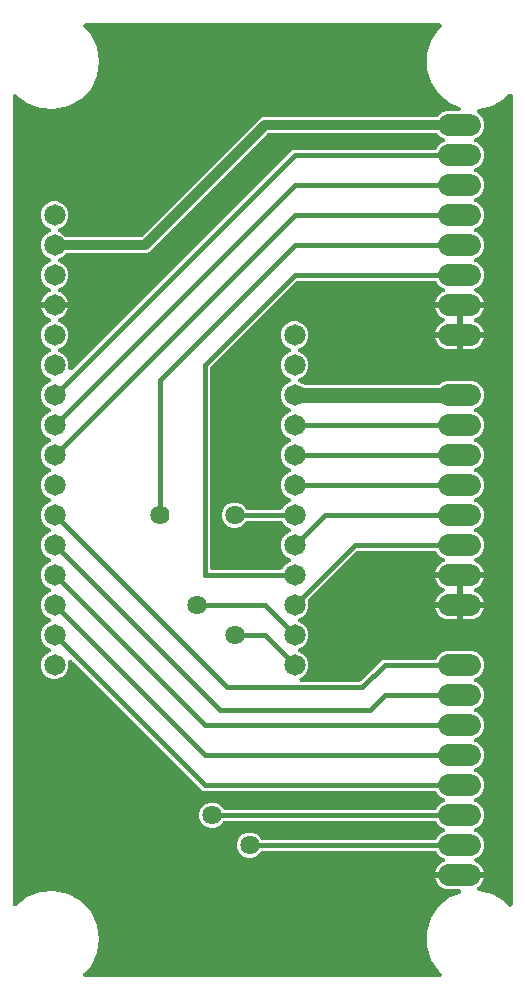
<source format=gbl>
G04 EAGLE Gerber RS-274X export*
G75*
%MOMM*%
%FSLAX34Y34*%
%LPD*%
%INBottomLayer*%
%IPPOS*%
%AMOC8*
5,1,8,0,0,1.08239X$1,22.5*%
G01*
%ADD10C,1.812800*%
%ADD11C,1.828800*%
%ADD12C,0.812800*%
%ADD13C,1.270000*%
%ADD14C,0.406400*%
%ADD15C,1.625600*%

G36*
X364113Y-60947D02*
X364113Y-60947D01*
X364236Y-60944D01*
X364313Y-60927D01*
X364391Y-60919D01*
X364509Y-60883D01*
X364629Y-60856D01*
X364701Y-60824D01*
X364776Y-60801D01*
X364884Y-60743D01*
X364996Y-60693D01*
X365061Y-60647D01*
X365130Y-60609D01*
X365225Y-60531D01*
X365325Y-60460D01*
X365379Y-60402D01*
X365439Y-60352D01*
X365516Y-60256D01*
X365601Y-60166D01*
X365642Y-60099D01*
X365692Y-60038D01*
X365748Y-59929D01*
X365813Y-59825D01*
X365841Y-59751D01*
X365877Y-59681D01*
X365911Y-59563D01*
X365954Y-59447D01*
X365967Y-59370D01*
X365989Y-59294D01*
X365999Y-59171D01*
X366018Y-59050D01*
X366015Y-58971D01*
X366022Y-58892D01*
X366007Y-58771D01*
X366002Y-58648D01*
X365984Y-58571D01*
X365975Y-58493D01*
X365937Y-58376D01*
X365908Y-58256D01*
X365874Y-58185D01*
X365850Y-58110D01*
X365789Y-58003D01*
X365738Y-57891D01*
X365691Y-57828D01*
X365652Y-57759D01*
X365572Y-57666D01*
X365499Y-57567D01*
X365432Y-57504D01*
X365389Y-57455D01*
X365332Y-57411D01*
X365257Y-57340D01*
X363671Y-56075D01*
X356851Y-46071D01*
X353282Y-34502D01*
X353282Y-22394D01*
X356851Y-10825D01*
X363671Y-821D01*
X373137Y6728D01*
X380947Y9793D01*
X380968Y9804D01*
X380990Y9811D01*
X381147Y9896D01*
X381305Y9977D01*
X381324Y9991D01*
X381344Y10003D01*
X381481Y10116D01*
X381620Y10227D01*
X381636Y10245D01*
X381654Y10260D01*
X381765Y10399D01*
X381880Y10535D01*
X381891Y10556D01*
X381906Y10574D01*
X381988Y10732D01*
X382074Y10888D01*
X382081Y10911D01*
X382091Y10931D01*
X382141Y11102D01*
X382194Y11272D01*
X382196Y11296D01*
X382203Y11318D01*
X382217Y11495D01*
X382236Y11673D01*
X382234Y11696D01*
X382236Y11720D01*
X382215Y11896D01*
X382198Y12074D01*
X382192Y12096D01*
X382189Y12119D01*
X382134Y12288D01*
X382082Y12459D01*
X382071Y12480D01*
X382064Y12502D01*
X381976Y12657D01*
X381893Y12814D01*
X381878Y12832D01*
X381866Y12853D01*
X381750Y12987D01*
X381637Y13125D01*
X381618Y13140D01*
X381603Y13157D01*
X381463Y13266D01*
X381324Y13379D01*
X381303Y13390D01*
X381285Y13404D01*
X381125Y13484D01*
X380968Y13566D01*
X380945Y13573D01*
X380924Y13584D01*
X380752Y13630D01*
X380582Y13680D01*
X380558Y13682D01*
X380536Y13688D01*
X380205Y13715D01*
X370936Y13715D01*
X369120Y14003D01*
X367370Y14571D01*
X365732Y15406D01*
X364244Y16487D01*
X362943Y17788D01*
X361862Y19276D01*
X361027Y20914D01*
X360459Y22664D01*
X360428Y22861D01*
X380492Y22861D01*
X380510Y22862D01*
X380527Y22861D01*
X380710Y22882D01*
X380892Y22901D01*
X380909Y22906D01*
X380927Y22908D01*
X381005Y22933D01*
X381142Y22894D01*
X381160Y22892D01*
X381177Y22888D01*
X381508Y22861D01*
X401572Y22861D01*
X401541Y22664D01*
X400973Y20914D01*
X400138Y19276D01*
X399057Y17788D01*
X397756Y16487D01*
X396428Y15523D01*
X396322Y15428D01*
X396211Y15340D01*
X396172Y15294D01*
X396128Y15255D01*
X396042Y15142D01*
X395950Y15033D01*
X395921Y14981D01*
X395886Y14933D01*
X395824Y14805D01*
X395756Y14680D01*
X395738Y14624D01*
X395712Y14570D01*
X395677Y14432D01*
X395634Y14297D01*
X395628Y14237D01*
X395613Y14180D01*
X395606Y14038D01*
X395591Y13896D01*
X395596Y13837D01*
X395593Y13777D01*
X395615Y13637D01*
X395628Y13495D01*
X395645Y13438D01*
X395653Y13379D01*
X395702Y13246D01*
X395742Y13109D01*
X395770Y13057D01*
X395791Y13001D01*
X395865Y12879D01*
X395931Y12754D01*
X395969Y12708D01*
X396000Y12657D01*
X396096Y12552D01*
X396186Y12442D01*
X396233Y12405D01*
X396273Y12361D01*
X396388Y12277D01*
X396498Y12188D01*
X396551Y12160D01*
X396599Y12125D01*
X396728Y12065D01*
X396854Y11999D01*
X396919Y11979D01*
X396965Y11957D01*
X397045Y11939D01*
X397170Y11899D01*
X408285Y9362D01*
X418771Y3308D01*
X422439Y-645D01*
X422474Y-676D01*
X422504Y-712D01*
X422624Y-809D01*
X422741Y-912D01*
X422782Y-935D01*
X422818Y-965D01*
X422955Y-1036D01*
X423089Y-1114D01*
X423134Y-1129D01*
X423175Y-1150D01*
X423324Y-1193D01*
X423470Y-1243D01*
X423517Y-1249D01*
X423562Y-1262D01*
X423717Y-1274D01*
X423870Y-1294D01*
X423917Y-1291D01*
X423964Y-1295D01*
X424117Y-1277D01*
X424271Y-1266D01*
X424317Y-1253D01*
X424363Y-1248D01*
X424511Y-1200D01*
X424660Y-1159D01*
X424701Y-1137D01*
X424746Y-1123D01*
X424881Y-1047D01*
X425019Y-977D01*
X425056Y-948D01*
X425097Y-925D01*
X425214Y-824D01*
X425335Y-728D01*
X425366Y-692D01*
X425402Y-662D01*
X425496Y-540D01*
X425597Y-422D01*
X425620Y-381D01*
X425648Y-344D01*
X425717Y-205D01*
X425792Y-70D01*
X425807Y-25D01*
X425828Y17D01*
X425868Y167D01*
X425915Y314D01*
X425920Y360D01*
X425932Y406D01*
X425953Y654D01*
X425959Y714D01*
X425958Y724D01*
X425959Y736D01*
X425959Y685064D01*
X425955Y685110D01*
X425957Y685157D01*
X425935Y685311D01*
X425919Y685464D01*
X425906Y685509D01*
X425899Y685556D01*
X425847Y685701D01*
X425801Y685849D01*
X425779Y685890D01*
X425763Y685935D01*
X425683Y686067D01*
X425609Y686203D01*
X425579Y686239D01*
X425555Y686279D01*
X425451Y686394D01*
X425352Y686512D01*
X425315Y686542D01*
X425283Y686577D01*
X425158Y686668D01*
X425038Y686765D01*
X424996Y686786D01*
X424958Y686814D01*
X424818Y686879D01*
X424681Y686950D01*
X424635Y686963D01*
X424593Y686983D01*
X424442Y687019D01*
X424294Y687062D01*
X424247Y687065D01*
X424201Y687076D01*
X424047Y687082D01*
X423892Y687095D01*
X423846Y687089D01*
X423799Y687091D01*
X423646Y687066D01*
X423493Y687048D01*
X423448Y687033D01*
X423402Y687025D01*
X423257Y686971D01*
X423110Y686923D01*
X423069Y686900D01*
X423025Y686883D01*
X422894Y686801D01*
X422759Y686725D01*
X422724Y686694D01*
X422684Y686669D01*
X422500Y686501D01*
X422455Y686462D01*
X422448Y686454D01*
X422439Y686445D01*
X418771Y682492D01*
X408285Y676438D01*
X397495Y673975D01*
X397319Y673916D01*
X397145Y673861D01*
X397130Y673853D01*
X397113Y673847D01*
X396953Y673755D01*
X396792Y673666D01*
X396779Y673655D01*
X396764Y673646D01*
X396626Y673525D01*
X396485Y673406D01*
X396475Y673392D01*
X396461Y673380D01*
X396349Y673234D01*
X396236Y673090D01*
X396228Y673074D01*
X396217Y673060D01*
X396137Y672895D01*
X396053Y672731D01*
X396049Y672714D01*
X396041Y672698D01*
X395995Y672521D01*
X395945Y672343D01*
X395944Y672326D01*
X395940Y672309D01*
X395929Y672125D01*
X395916Y671941D01*
X395918Y671924D01*
X395917Y671907D01*
X395943Y671725D01*
X395966Y671542D01*
X395972Y671525D01*
X395974Y671508D01*
X396036Y671334D01*
X396095Y671160D01*
X396103Y671145D01*
X396109Y671129D01*
X396204Y670971D01*
X396296Y670811D01*
X396308Y670797D01*
X396316Y670783D01*
X396365Y670729D01*
X396510Y670558D01*
X400050Y667019D01*
X401829Y662724D01*
X401829Y658076D01*
X400050Y653781D01*
X396763Y650494D01*
X394548Y649577D01*
X394540Y649572D01*
X394531Y649570D01*
X394362Y649477D01*
X394193Y649386D01*
X394186Y649381D01*
X394178Y649376D01*
X394031Y649253D01*
X393882Y649130D01*
X393877Y649123D01*
X393870Y649117D01*
X393749Y648966D01*
X393629Y648817D01*
X393625Y648810D01*
X393619Y648802D01*
X393530Y648629D01*
X393442Y648461D01*
X393439Y648452D01*
X393435Y648444D01*
X393382Y648258D01*
X393329Y648074D01*
X393328Y648065D01*
X393325Y648057D01*
X393311Y647866D01*
X393294Y647673D01*
X393295Y647664D01*
X393294Y647656D01*
X393318Y647464D01*
X393339Y647273D01*
X393342Y647265D01*
X393343Y647256D01*
X393403Y647073D01*
X393462Y646890D01*
X393467Y646882D01*
X393469Y646874D01*
X393565Y646707D01*
X393659Y646538D01*
X393665Y646532D01*
X393669Y646524D01*
X393795Y646380D01*
X393920Y646233D01*
X393928Y646227D01*
X393933Y646220D01*
X394086Y646103D01*
X394238Y645984D01*
X394245Y645980D01*
X394253Y645975D01*
X394548Y645823D01*
X396763Y644906D01*
X400050Y641619D01*
X401829Y637324D01*
X401829Y632676D01*
X400050Y628381D01*
X396763Y625094D01*
X394548Y624177D01*
X394540Y624172D01*
X394531Y624170D01*
X394362Y624077D01*
X394193Y623986D01*
X394186Y623981D01*
X394178Y623976D01*
X394031Y623853D01*
X393882Y623730D01*
X393877Y623723D01*
X393870Y623717D01*
X393749Y623566D01*
X393629Y623417D01*
X393625Y623410D01*
X393619Y623402D01*
X393530Y623229D01*
X393442Y623061D01*
X393439Y623052D01*
X393435Y623044D01*
X393382Y622858D01*
X393329Y622674D01*
X393328Y622665D01*
X393325Y622657D01*
X393311Y622466D01*
X393294Y622273D01*
X393295Y622264D01*
X393294Y622256D01*
X393318Y622064D01*
X393339Y621873D01*
X393342Y621865D01*
X393343Y621856D01*
X393404Y621672D01*
X393462Y621490D01*
X393467Y621482D01*
X393469Y621474D01*
X393565Y621307D01*
X393659Y621138D01*
X393665Y621132D01*
X393669Y621124D01*
X393795Y620980D01*
X393920Y620833D01*
X393928Y620827D01*
X393933Y620820D01*
X394086Y620703D01*
X394238Y620584D01*
X394245Y620580D01*
X394253Y620575D01*
X394548Y620423D01*
X396763Y619506D01*
X400050Y616219D01*
X401829Y611924D01*
X401829Y607276D01*
X400050Y602981D01*
X396763Y599694D01*
X394548Y598777D01*
X394540Y598772D01*
X394531Y598770D01*
X394362Y598677D01*
X394193Y598586D01*
X394186Y598581D01*
X394178Y598576D01*
X394031Y598453D01*
X393882Y598330D01*
X393877Y598323D01*
X393870Y598317D01*
X393749Y598166D01*
X393629Y598017D01*
X393625Y598010D01*
X393619Y598002D01*
X393530Y597829D01*
X393442Y597661D01*
X393439Y597652D01*
X393435Y597644D01*
X393382Y597458D01*
X393329Y597274D01*
X393328Y597265D01*
X393325Y597257D01*
X393311Y597066D01*
X393294Y596873D01*
X393295Y596864D01*
X393294Y596856D01*
X393318Y596664D01*
X393339Y596473D01*
X393342Y596465D01*
X393343Y596456D01*
X393403Y596273D01*
X393462Y596090D01*
X393467Y596082D01*
X393469Y596074D01*
X393565Y595907D01*
X393659Y595738D01*
X393665Y595732D01*
X393669Y595724D01*
X393795Y595580D01*
X393920Y595433D01*
X393928Y595427D01*
X393933Y595420D01*
X394086Y595303D01*
X394238Y595184D01*
X394245Y595180D01*
X394253Y595175D01*
X394548Y595023D01*
X396763Y594106D01*
X400050Y590819D01*
X401829Y586524D01*
X401829Y581876D01*
X400050Y577581D01*
X396763Y574294D01*
X394548Y573377D01*
X394540Y573372D01*
X394531Y573370D01*
X394362Y573277D01*
X394193Y573186D01*
X394186Y573181D01*
X394178Y573176D01*
X394031Y573053D01*
X393882Y572930D01*
X393877Y572923D01*
X393870Y572917D01*
X393749Y572766D01*
X393629Y572617D01*
X393625Y572610D01*
X393619Y572602D01*
X393530Y572429D01*
X393442Y572261D01*
X393439Y572252D01*
X393435Y572244D01*
X393382Y572058D01*
X393329Y571874D01*
X393328Y571865D01*
X393325Y571857D01*
X393311Y571666D01*
X393294Y571473D01*
X393295Y571464D01*
X393294Y571456D01*
X393318Y571264D01*
X393339Y571073D01*
X393342Y571065D01*
X393343Y571056D01*
X393403Y570873D01*
X393462Y570690D01*
X393467Y570682D01*
X393469Y570674D01*
X393565Y570507D01*
X393659Y570338D01*
X393665Y570332D01*
X393669Y570324D01*
X393795Y570180D01*
X393920Y570033D01*
X393928Y570027D01*
X393933Y570020D01*
X394086Y569903D01*
X394238Y569784D01*
X394245Y569780D01*
X394253Y569775D01*
X394548Y569623D01*
X396763Y568706D01*
X400050Y565419D01*
X401829Y561124D01*
X401829Y556476D01*
X400050Y552181D01*
X396763Y548894D01*
X394548Y547977D01*
X394540Y547972D01*
X394531Y547970D01*
X394362Y547877D01*
X394193Y547786D01*
X394186Y547781D01*
X394178Y547776D01*
X394031Y547653D01*
X393882Y547530D01*
X393877Y547523D01*
X393870Y547517D01*
X393749Y547366D01*
X393629Y547217D01*
X393625Y547210D01*
X393619Y547202D01*
X393530Y547029D01*
X393442Y546861D01*
X393439Y546852D01*
X393435Y546844D01*
X393382Y546658D01*
X393329Y546474D01*
X393328Y546465D01*
X393325Y546457D01*
X393311Y546266D01*
X393294Y546073D01*
X393295Y546064D01*
X393294Y546056D01*
X393318Y545864D01*
X393339Y545673D01*
X393342Y545665D01*
X393343Y545656D01*
X393403Y545473D01*
X393462Y545290D01*
X393467Y545282D01*
X393469Y545274D01*
X393565Y545106D01*
X393659Y544938D01*
X393665Y544932D01*
X393669Y544924D01*
X393795Y544780D01*
X393920Y544633D01*
X393928Y544627D01*
X393933Y544620D01*
X394086Y544503D01*
X394238Y544384D01*
X394245Y544380D01*
X394253Y544375D01*
X394548Y544223D01*
X396763Y543306D01*
X400050Y540019D01*
X401829Y535724D01*
X401829Y531076D01*
X400050Y526781D01*
X396763Y523494D01*
X394600Y522598D01*
X394521Y522556D01*
X394438Y522523D01*
X394344Y522461D01*
X394245Y522408D01*
X394176Y522351D01*
X394101Y522302D01*
X394021Y522223D01*
X393934Y522152D01*
X393878Y522082D01*
X393814Y522019D01*
X393752Y521926D01*
X393681Y521839D01*
X393639Y521760D01*
X393589Y521686D01*
X393546Y521582D01*
X393494Y521482D01*
X393469Y521397D01*
X393434Y521314D01*
X393412Y521204D01*
X393381Y521096D01*
X393373Y521007D01*
X393355Y520919D01*
X393356Y520807D01*
X393346Y520695D01*
X393356Y520606D01*
X393356Y520517D01*
X393379Y520406D01*
X393391Y520295D01*
X393418Y520210D01*
X393436Y520122D01*
X393480Y520019D01*
X393514Y519911D01*
X393558Y519833D01*
X393593Y519751D01*
X393656Y519658D01*
X393711Y519560D01*
X393769Y519492D01*
X393819Y519418D01*
X393899Y519340D01*
X393972Y519254D01*
X394043Y519199D01*
X394107Y519136D01*
X394201Y519075D01*
X394289Y519006D01*
X394369Y518966D01*
X394444Y518917D01*
X394508Y518890D01*
X396268Y517994D01*
X397756Y516913D01*
X399057Y515612D01*
X400138Y514124D01*
X400973Y512486D01*
X401541Y510736D01*
X401572Y510539D01*
X381508Y510539D01*
X381490Y510537D01*
X381473Y510539D01*
X381290Y510518D01*
X381108Y510499D01*
X381091Y510494D01*
X381073Y510492D01*
X380995Y510467D01*
X380858Y510506D01*
X380840Y510508D01*
X380823Y510512D01*
X380492Y510539D01*
X360428Y510539D01*
X360459Y510736D01*
X361027Y512486D01*
X361862Y514124D01*
X362943Y515612D01*
X364244Y516913D01*
X365732Y517994D01*
X367415Y518851D01*
X367417Y518852D01*
X367428Y518858D01*
X367513Y518901D01*
X367530Y518912D01*
X367618Y518951D01*
X367692Y519002D01*
X367770Y519045D01*
X367856Y519117D01*
X367948Y519182D01*
X368010Y519247D01*
X368078Y519304D01*
X368148Y519392D01*
X368226Y519473D01*
X368273Y519549D01*
X368329Y519619D01*
X368380Y519719D01*
X368440Y519814D01*
X368472Y519898D01*
X368513Y519977D01*
X368544Y520085D01*
X368584Y520190D01*
X368598Y520279D01*
X368623Y520365D01*
X368631Y520477D01*
X368650Y520588D01*
X368647Y520677D01*
X368654Y520766D01*
X368640Y520877D01*
X368636Y520990D01*
X368616Y521077D01*
X368605Y521166D01*
X368570Y521272D01*
X368544Y521382D01*
X368507Y521463D01*
X368479Y521548D01*
X368423Y521645D01*
X368376Y521748D01*
X368323Y521820D01*
X368279Y521898D01*
X368205Y521982D01*
X368139Y522073D01*
X368073Y522134D01*
X368015Y522201D01*
X367926Y522270D01*
X367843Y522346D01*
X367766Y522392D01*
X367695Y522447D01*
X367571Y522511D01*
X367498Y522554D01*
X367455Y522570D01*
X367400Y522598D01*
X365237Y523494D01*
X361950Y526781D01*
X361622Y527573D01*
X361612Y527593D01*
X361605Y527614D01*
X361516Y527770D01*
X361432Y527928D01*
X361418Y527945D01*
X361407Y527965D01*
X361290Y528100D01*
X361175Y528239D01*
X361158Y528253D01*
X361144Y528270D01*
X361002Y528379D01*
X360863Y528492D01*
X360843Y528503D01*
X360825Y528516D01*
X360665Y528596D01*
X360506Y528679D01*
X360485Y528686D01*
X360465Y528696D01*
X360292Y528742D01*
X360120Y528792D01*
X360098Y528794D01*
X360076Y528800D01*
X359745Y528827D01*
X244035Y528827D01*
X244009Y528825D01*
X243982Y528827D01*
X243808Y528805D01*
X243635Y528787D01*
X243609Y528780D01*
X243583Y528776D01*
X243417Y528721D01*
X243250Y528669D01*
X243226Y528656D01*
X243201Y528648D01*
X243049Y528561D01*
X242896Y528477D01*
X242875Y528460D01*
X242852Y528447D01*
X242599Y528232D01*
X170268Y455901D01*
X170251Y455880D01*
X170230Y455863D01*
X170123Y455725D01*
X170013Y455589D01*
X170000Y455566D01*
X169984Y455545D01*
X169906Y455388D01*
X169824Y455234D01*
X169816Y455208D01*
X169804Y455184D01*
X169759Y455014D01*
X169709Y454848D01*
X169707Y454821D01*
X169700Y454795D01*
X169673Y454465D01*
X169673Y286004D01*
X169675Y285986D01*
X169673Y285968D01*
X169694Y285786D01*
X169713Y285603D01*
X169718Y285586D01*
X169720Y285569D01*
X169777Y285394D01*
X169831Y285218D01*
X169839Y285203D01*
X169845Y285186D01*
X169935Y285026D01*
X170023Y284864D01*
X170034Y284851D01*
X170043Y284835D01*
X170163Y284696D01*
X170280Y284555D01*
X170294Y284544D01*
X170306Y284530D01*
X170451Y284418D01*
X170594Y284303D01*
X170610Y284295D01*
X170624Y284284D01*
X170789Y284202D01*
X170951Y284117D01*
X170968Y284112D01*
X170984Y284104D01*
X171163Y284057D01*
X171338Y284006D01*
X171356Y284004D01*
X171373Y284000D01*
X171704Y283973D01*
X229276Y283973D01*
X229298Y283975D01*
X229320Y283973D01*
X229498Y283995D01*
X229677Y284013D01*
X229698Y284019D01*
X229720Y284022D01*
X229890Y284078D01*
X230062Y284131D01*
X230081Y284141D01*
X230102Y284148D01*
X230258Y284237D01*
X230416Y284323D01*
X230433Y284337D01*
X230452Y284348D01*
X230587Y284466D01*
X230725Y284580D01*
X230739Y284598D01*
X230756Y284612D01*
X230865Y284755D01*
X230977Y284894D01*
X230987Y284914D01*
X231001Y284932D01*
X231153Y285227D01*
X231462Y285974D01*
X234726Y289238D01*
X237105Y290223D01*
X237113Y290228D01*
X237122Y290230D01*
X237290Y290322D01*
X237460Y290414D01*
X237467Y290419D01*
X237475Y290424D01*
X237621Y290547D01*
X237771Y290670D01*
X237776Y290677D01*
X237783Y290683D01*
X237903Y290833D01*
X238024Y290983D01*
X238028Y290991D01*
X238034Y290997D01*
X238122Y291168D01*
X238211Y291339D01*
X238214Y291348D01*
X238218Y291356D01*
X238270Y291540D01*
X238324Y291726D01*
X238325Y291734D01*
X238328Y291743D01*
X238342Y291934D01*
X238359Y292127D01*
X238358Y292136D01*
X238359Y292144D01*
X238336Y292334D01*
X238314Y292527D01*
X238311Y292535D01*
X238310Y292544D01*
X238251Y292723D01*
X238191Y292910D01*
X238186Y292918D01*
X238184Y292926D01*
X238088Y293094D01*
X237994Y293262D01*
X237989Y293268D01*
X237984Y293276D01*
X237858Y293421D01*
X237733Y293567D01*
X237725Y293573D01*
X237720Y293580D01*
X237566Y293697D01*
X237416Y293816D01*
X237408Y293820D01*
X237400Y293825D01*
X237105Y293977D01*
X234726Y294962D01*
X231462Y298226D01*
X229695Y302492D01*
X229695Y307108D01*
X231462Y311374D01*
X234726Y314638D01*
X237105Y315623D01*
X237113Y315628D01*
X237122Y315630D01*
X237290Y315722D01*
X237460Y315814D01*
X237467Y315819D01*
X237475Y315824D01*
X237621Y315947D01*
X237771Y316070D01*
X237776Y316077D01*
X237783Y316083D01*
X237903Y316233D01*
X238024Y316383D01*
X238028Y316391D01*
X238034Y316397D01*
X238122Y316568D01*
X238211Y316739D01*
X238214Y316748D01*
X238218Y316756D01*
X238270Y316940D01*
X238324Y317126D01*
X238325Y317134D01*
X238328Y317143D01*
X238342Y317334D01*
X238359Y317527D01*
X238358Y317536D01*
X238359Y317544D01*
X238336Y317734D01*
X238314Y317927D01*
X238311Y317935D01*
X238310Y317944D01*
X238250Y318126D01*
X238191Y318310D01*
X238186Y318318D01*
X238184Y318326D01*
X238088Y318494D01*
X237994Y318662D01*
X237989Y318668D01*
X237984Y318676D01*
X237858Y318821D01*
X237733Y318967D01*
X237725Y318973D01*
X237720Y318980D01*
X237566Y319097D01*
X237416Y319216D01*
X237408Y319220D01*
X237400Y319225D01*
X237105Y319377D01*
X234726Y320362D01*
X231462Y323626D01*
X231153Y324373D01*
X231142Y324393D01*
X231135Y324414D01*
X231047Y324570D01*
X230962Y324728D01*
X230948Y324745D01*
X230937Y324765D01*
X230820Y324901D01*
X230706Y325039D01*
X230689Y325053D01*
X230674Y325070D01*
X230533Y325179D01*
X230393Y325292D01*
X230374Y325303D01*
X230356Y325316D01*
X230196Y325396D01*
X230037Y325479D01*
X230016Y325486D01*
X229995Y325496D01*
X229822Y325542D01*
X229650Y325592D01*
X229628Y325594D01*
X229607Y325600D01*
X229276Y325627D01*
X201511Y325627D01*
X201489Y325625D01*
X201466Y325627D01*
X201289Y325605D01*
X201110Y325587D01*
X201089Y325581D01*
X201067Y325578D01*
X200897Y325522D01*
X200725Y325469D01*
X200706Y325459D01*
X200685Y325452D01*
X200529Y325363D01*
X200371Y325277D01*
X200354Y325263D01*
X200335Y325252D01*
X200200Y325135D01*
X200062Y325020D01*
X200048Y325002D01*
X200031Y324988D01*
X199922Y324846D01*
X199810Y324706D01*
X199799Y324686D01*
X199786Y324668D01*
X199634Y324373D01*
X199544Y324157D01*
X196543Y321155D01*
X192622Y319531D01*
X188378Y319531D01*
X184457Y321155D01*
X181455Y324157D01*
X179831Y328078D01*
X179831Y332322D01*
X181455Y336243D01*
X184457Y339245D01*
X188378Y340869D01*
X192622Y340869D01*
X196543Y339245D01*
X199544Y336243D01*
X199634Y336027D01*
X199645Y336007D01*
X199652Y335986D01*
X199740Y335830D01*
X199824Y335672D01*
X199839Y335655D01*
X199850Y335635D01*
X199967Y335499D01*
X200081Y335361D01*
X200098Y335347D01*
X200113Y335330D01*
X200254Y335221D01*
X200393Y335108D01*
X200413Y335097D01*
X200431Y335084D01*
X200591Y335004D01*
X200750Y334921D01*
X200771Y334914D01*
X200791Y334904D01*
X200965Y334858D01*
X201136Y334808D01*
X201159Y334806D01*
X201180Y334800D01*
X201511Y334773D01*
X229276Y334773D01*
X229298Y334775D01*
X229320Y334773D01*
X229498Y334795D01*
X229677Y334813D01*
X229698Y334819D01*
X229720Y334822D01*
X229890Y334878D01*
X230062Y334931D01*
X230081Y334941D01*
X230102Y334948D01*
X230258Y335037D01*
X230416Y335123D01*
X230433Y335137D01*
X230452Y335148D01*
X230587Y335266D01*
X230725Y335380D01*
X230739Y335398D01*
X230756Y335412D01*
X230865Y335555D01*
X230977Y335694D01*
X230987Y335714D01*
X231001Y335732D01*
X231153Y336027D01*
X231462Y336774D01*
X234726Y340038D01*
X237105Y341023D01*
X237113Y341028D01*
X237122Y341030D01*
X237290Y341122D01*
X237460Y341214D01*
X237467Y341219D01*
X237475Y341224D01*
X237621Y341347D01*
X237771Y341470D01*
X237776Y341477D01*
X237783Y341483D01*
X237903Y341633D01*
X238024Y341783D01*
X238028Y341791D01*
X238034Y341797D01*
X238122Y341968D01*
X238211Y342139D01*
X238214Y342148D01*
X238218Y342156D01*
X238270Y342340D01*
X238324Y342526D01*
X238325Y342534D01*
X238328Y342543D01*
X238342Y342734D01*
X238359Y342927D01*
X238358Y342936D01*
X238359Y342944D01*
X238336Y343134D01*
X238314Y343327D01*
X238311Y343335D01*
X238310Y343344D01*
X238250Y343526D01*
X238191Y343710D01*
X238186Y343718D01*
X238184Y343726D01*
X238088Y343894D01*
X237994Y344062D01*
X237989Y344068D01*
X237984Y344076D01*
X237858Y344221D01*
X237733Y344367D01*
X237725Y344373D01*
X237720Y344380D01*
X237566Y344497D01*
X237416Y344616D01*
X237408Y344620D01*
X237400Y344625D01*
X237105Y344777D01*
X234726Y345762D01*
X231462Y349026D01*
X229695Y353292D01*
X229695Y357908D01*
X231462Y362174D01*
X234726Y365438D01*
X237105Y366423D01*
X237113Y366428D01*
X237122Y366430D01*
X237290Y366522D01*
X237460Y366614D01*
X237467Y366619D01*
X237475Y366624D01*
X237621Y366747D01*
X237771Y366870D01*
X237776Y366877D01*
X237783Y366883D01*
X237903Y367033D01*
X238024Y367183D01*
X238028Y367191D01*
X238034Y367197D01*
X238122Y367368D01*
X238211Y367539D01*
X238214Y367548D01*
X238218Y367556D01*
X238270Y367740D01*
X238324Y367926D01*
X238325Y367934D01*
X238328Y367943D01*
X238342Y368134D01*
X238359Y368327D01*
X238358Y368336D01*
X238359Y368344D01*
X238336Y368534D01*
X238314Y368727D01*
X238311Y368735D01*
X238310Y368744D01*
X238250Y368926D01*
X238191Y369110D01*
X238186Y369118D01*
X238184Y369126D01*
X238088Y369294D01*
X237994Y369462D01*
X237989Y369468D01*
X237984Y369476D01*
X237858Y369621D01*
X237733Y369767D01*
X237725Y369773D01*
X237720Y369780D01*
X237566Y369897D01*
X237416Y370016D01*
X237408Y370020D01*
X237400Y370025D01*
X237105Y370177D01*
X234726Y371162D01*
X231462Y374426D01*
X229695Y378692D01*
X229695Y383308D01*
X231462Y387574D01*
X234726Y390838D01*
X237105Y391823D01*
X237113Y391828D01*
X237122Y391830D01*
X237290Y391922D01*
X237460Y392014D01*
X237467Y392019D01*
X237475Y392024D01*
X237621Y392147D01*
X237771Y392270D01*
X237776Y392277D01*
X237783Y392283D01*
X237903Y392433D01*
X238024Y392583D01*
X238028Y392591D01*
X238034Y392597D01*
X238122Y392768D01*
X238211Y392939D01*
X238214Y392948D01*
X238218Y392956D01*
X238270Y393140D01*
X238324Y393326D01*
X238325Y393334D01*
X238328Y393343D01*
X238342Y393534D01*
X238359Y393727D01*
X238358Y393736D01*
X238359Y393744D01*
X238336Y393934D01*
X238314Y394127D01*
X238311Y394135D01*
X238310Y394144D01*
X238250Y394326D01*
X238191Y394510D01*
X238186Y394518D01*
X238184Y394526D01*
X238088Y394694D01*
X237994Y394862D01*
X237989Y394868D01*
X237984Y394876D01*
X237858Y395021D01*
X237733Y395167D01*
X237725Y395173D01*
X237720Y395180D01*
X237566Y395297D01*
X237416Y395416D01*
X237408Y395420D01*
X237400Y395425D01*
X237105Y395577D01*
X234726Y396562D01*
X231462Y399826D01*
X229695Y404092D01*
X229695Y408708D01*
X231462Y412974D01*
X234726Y416238D01*
X237105Y417223D01*
X237113Y417228D01*
X237122Y417230D01*
X237290Y417322D01*
X237460Y417414D01*
X237467Y417419D01*
X237475Y417424D01*
X237621Y417547D01*
X237771Y417670D01*
X237776Y417677D01*
X237783Y417683D01*
X237903Y417833D01*
X238024Y417983D01*
X238028Y417991D01*
X238034Y417997D01*
X238122Y418168D01*
X238211Y418339D01*
X238214Y418348D01*
X238218Y418356D01*
X238270Y418540D01*
X238324Y418726D01*
X238325Y418734D01*
X238328Y418743D01*
X238342Y418934D01*
X238359Y419127D01*
X238358Y419136D01*
X238359Y419144D01*
X238336Y419334D01*
X238314Y419527D01*
X238311Y419535D01*
X238310Y419544D01*
X238250Y419726D01*
X238191Y419910D01*
X238186Y419918D01*
X238184Y419926D01*
X238088Y420094D01*
X237994Y420262D01*
X237989Y420268D01*
X237984Y420276D01*
X237859Y420420D01*
X237733Y420567D01*
X237725Y420573D01*
X237720Y420580D01*
X237566Y420697D01*
X237416Y420816D01*
X237408Y420820D01*
X237400Y420825D01*
X237105Y420977D01*
X234726Y421962D01*
X231462Y425226D01*
X229695Y429492D01*
X229695Y434108D01*
X231462Y438374D01*
X234726Y441638D01*
X237105Y442623D01*
X237113Y442628D01*
X237122Y442630D01*
X237290Y442722D01*
X237460Y442814D01*
X237467Y442819D01*
X237475Y442824D01*
X237621Y442947D01*
X237771Y443070D01*
X237776Y443077D01*
X237783Y443083D01*
X237903Y443233D01*
X238024Y443383D01*
X238028Y443391D01*
X238034Y443397D01*
X238122Y443568D01*
X238211Y443739D01*
X238214Y443748D01*
X238218Y443756D01*
X238270Y443940D01*
X238324Y444126D01*
X238325Y444134D01*
X238328Y444143D01*
X238342Y444334D01*
X238359Y444527D01*
X238358Y444536D01*
X238359Y444544D01*
X238336Y444734D01*
X238314Y444927D01*
X238311Y444935D01*
X238310Y444944D01*
X238250Y445126D01*
X238191Y445310D01*
X238186Y445318D01*
X238184Y445326D01*
X238088Y445494D01*
X237994Y445662D01*
X237989Y445668D01*
X237984Y445676D01*
X237858Y445821D01*
X237733Y445967D01*
X237725Y445973D01*
X237720Y445980D01*
X237566Y446097D01*
X237416Y446216D01*
X237408Y446220D01*
X237400Y446225D01*
X237105Y446377D01*
X234726Y447362D01*
X231462Y450626D01*
X229695Y454892D01*
X229695Y459508D01*
X231462Y463774D01*
X234726Y467038D01*
X237105Y468023D01*
X237113Y468028D01*
X237122Y468030D01*
X237290Y468122D01*
X237460Y468214D01*
X237467Y468219D01*
X237475Y468224D01*
X237621Y468347D01*
X237771Y468470D01*
X237776Y468477D01*
X237783Y468483D01*
X237903Y468633D01*
X238024Y468783D01*
X238028Y468791D01*
X238034Y468797D01*
X238122Y468968D01*
X238211Y469139D01*
X238214Y469148D01*
X238218Y469156D01*
X238270Y469340D01*
X238324Y469526D01*
X238325Y469534D01*
X238328Y469543D01*
X238342Y469734D01*
X238359Y469927D01*
X238358Y469936D01*
X238359Y469944D01*
X238336Y470134D01*
X238314Y470327D01*
X238311Y470335D01*
X238310Y470344D01*
X238250Y470524D01*
X238191Y470710D01*
X238186Y470718D01*
X238184Y470726D01*
X238088Y470894D01*
X237994Y471062D01*
X237989Y471068D01*
X237984Y471076D01*
X237858Y471221D01*
X237733Y471367D01*
X237725Y471373D01*
X237720Y471380D01*
X237566Y471497D01*
X237416Y471616D01*
X237408Y471620D01*
X237400Y471625D01*
X237105Y471777D01*
X234726Y472762D01*
X231462Y476026D01*
X229695Y480292D01*
X229695Y484908D01*
X231462Y489174D01*
X234726Y492438D01*
X237846Y493730D01*
X238992Y494205D01*
X243608Y494205D01*
X247874Y492438D01*
X251138Y489174D01*
X252905Y484908D01*
X252905Y480292D01*
X251138Y476026D01*
X247874Y472762D01*
X245495Y471777D01*
X245487Y471772D01*
X245478Y471770D01*
X245308Y471677D01*
X245140Y471586D01*
X245133Y471581D01*
X245125Y471576D01*
X244977Y471452D01*
X244829Y471330D01*
X244824Y471323D01*
X244817Y471317D01*
X244697Y471167D01*
X244576Y471017D01*
X244572Y471009D01*
X244566Y471002D01*
X244479Y470833D01*
X244389Y470661D01*
X244386Y470652D01*
X244382Y470644D01*
X244330Y470462D01*
X244276Y470274D01*
X244275Y470265D01*
X244272Y470257D01*
X244258Y470066D01*
X244241Y469873D01*
X244242Y469864D01*
X244241Y469856D01*
X244265Y469665D01*
X244286Y469473D01*
X244289Y469465D01*
X244290Y469456D01*
X244350Y469274D01*
X244409Y469090D01*
X244414Y469082D01*
X244416Y469074D01*
X244512Y468906D01*
X244606Y468738D01*
X244611Y468732D01*
X244616Y468724D01*
X244743Y468578D01*
X244867Y468433D01*
X244875Y468427D01*
X244880Y468420D01*
X245033Y468303D01*
X245185Y468184D01*
X245193Y468180D01*
X245200Y468175D01*
X245495Y468023D01*
X247874Y467038D01*
X251138Y463774D01*
X252905Y459508D01*
X252905Y454892D01*
X251138Y450626D01*
X247874Y447362D01*
X245495Y446377D01*
X245487Y446372D01*
X245478Y446370D01*
X245308Y446277D01*
X245140Y446186D01*
X245133Y446181D01*
X245125Y446176D01*
X244977Y446052D01*
X244829Y445930D01*
X244824Y445923D01*
X244817Y445917D01*
X244697Y445767D01*
X244576Y445617D01*
X244572Y445609D01*
X244566Y445602D01*
X244479Y445433D01*
X244389Y445261D01*
X244386Y445252D01*
X244382Y445244D01*
X244330Y445062D01*
X244276Y444874D01*
X244275Y444865D01*
X244272Y444857D01*
X244257Y444664D01*
X244241Y444473D01*
X244242Y444464D01*
X244241Y444456D01*
X244265Y444264D01*
X244286Y444073D01*
X244289Y444065D01*
X244290Y444056D01*
X244350Y443874D01*
X244409Y443690D01*
X244414Y443682D01*
X244416Y443674D01*
X244512Y443506D01*
X244606Y443338D01*
X244611Y443332D01*
X244616Y443324D01*
X244743Y443178D01*
X244867Y443033D01*
X244875Y443027D01*
X244880Y443020D01*
X245033Y442903D01*
X245185Y442784D01*
X245193Y442780D01*
X245200Y442775D01*
X245495Y442623D01*
X247874Y441638D01*
X248226Y441286D01*
X248247Y441269D01*
X248264Y441248D01*
X248402Y441141D01*
X248537Y441031D01*
X248561Y441018D01*
X248582Y441002D01*
X248739Y440924D01*
X248893Y440842D01*
X248919Y440834D01*
X248943Y440822D01*
X249112Y440777D01*
X249279Y440727D01*
X249306Y440725D01*
X249332Y440718D01*
X249662Y440691D01*
X363381Y440691D01*
X363407Y440693D01*
X363434Y440691D01*
X363608Y440713D01*
X363781Y440731D01*
X363807Y440738D01*
X363833Y440742D01*
X363999Y440797D01*
X364166Y440849D01*
X364190Y440862D01*
X364215Y440870D01*
X364367Y440957D01*
X364520Y441041D01*
X364541Y441058D01*
X364564Y441071D01*
X364817Y441286D01*
X365237Y441706D01*
X369532Y443485D01*
X392468Y443485D01*
X396763Y441706D01*
X400050Y438419D01*
X401829Y434124D01*
X401829Y429476D01*
X400050Y425181D01*
X396763Y421894D01*
X394548Y420977D01*
X394540Y420972D01*
X394531Y420970D01*
X394361Y420877D01*
X394193Y420786D01*
X394186Y420781D01*
X394178Y420776D01*
X394030Y420652D01*
X393882Y420530D01*
X393877Y420523D01*
X393870Y420517D01*
X393750Y420367D01*
X393629Y420217D01*
X393625Y420209D01*
X393619Y420202D01*
X393532Y420033D01*
X393442Y419861D01*
X393439Y419852D01*
X393435Y419844D01*
X393383Y419662D01*
X393329Y419474D01*
X393328Y419465D01*
X393325Y419457D01*
X393311Y419266D01*
X393294Y419073D01*
X393295Y419064D01*
X393294Y419056D01*
X393318Y418865D01*
X393339Y418673D01*
X393342Y418665D01*
X393343Y418656D01*
X393403Y418474D01*
X393462Y418290D01*
X393467Y418282D01*
X393470Y418274D01*
X393565Y418106D01*
X393659Y417938D01*
X393664Y417932D01*
X393669Y417924D01*
X393796Y417778D01*
X393921Y417633D01*
X393928Y417627D01*
X393933Y417620D01*
X394086Y417503D01*
X394238Y417384D01*
X394246Y417380D01*
X394253Y417375D01*
X394548Y417223D01*
X396763Y416306D01*
X400050Y413019D01*
X401829Y408724D01*
X401829Y404076D01*
X400050Y399781D01*
X396763Y396494D01*
X395362Y395914D01*
X394548Y395577D01*
X394540Y395572D01*
X394531Y395570D01*
X394361Y395477D01*
X394193Y395386D01*
X394186Y395381D01*
X394178Y395376D01*
X394030Y395252D01*
X393882Y395130D01*
X393877Y395123D01*
X393870Y395117D01*
X393750Y394967D01*
X393629Y394817D01*
X393625Y394809D01*
X393619Y394802D01*
X393532Y394633D01*
X393442Y394461D01*
X393439Y394452D01*
X393435Y394444D01*
X393383Y394262D01*
X393329Y394074D01*
X393328Y394065D01*
X393325Y394057D01*
X393311Y393866D01*
X393294Y393673D01*
X393295Y393664D01*
X393294Y393656D01*
X393318Y393465D01*
X393339Y393273D01*
X393342Y393265D01*
X393343Y393256D01*
X393403Y393074D01*
X393462Y392890D01*
X393467Y392882D01*
X393470Y392874D01*
X393565Y392706D01*
X393659Y392538D01*
X393664Y392532D01*
X393669Y392524D01*
X393796Y392378D01*
X393921Y392233D01*
X393928Y392227D01*
X393933Y392220D01*
X394086Y392103D01*
X394238Y391984D01*
X394246Y391980D01*
X394253Y391975D01*
X394548Y391823D01*
X396763Y390906D01*
X400050Y387619D01*
X401829Y383324D01*
X401829Y378676D01*
X400050Y374381D01*
X396763Y371094D01*
X394548Y370177D01*
X394540Y370172D01*
X394531Y370170D01*
X394361Y370077D01*
X394193Y369986D01*
X394186Y369981D01*
X394178Y369976D01*
X394030Y369852D01*
X393882Y369730D01*
X393877Y369723D01*
X393870Y369717D01*
X393750Y369567D01*
X393629Y369417D01*
X393625Y369409D01*
X393619Y369402D01*
X393532Y369233D01*
X393442Y369061D01*
X393439Y369052D01*
X393435Y369044D01*
X393383Y368862D01*
X393329Y368674D01*
X393328Y368665D01*
X393325Y368657D01*
X393311Y368466D01*
X393294Y368273D01*
X393295Y368264D01*
X393294Y368256D01*
X393318Y368065D01*
X393339Y367873D01*
X393342Y367865D01*
X393343Y367856D01*
X393403Y367674D01*
X393462Y367490D01*
X393467Y367482D01*
X393470Y367474D01*
X393565Y367306D01*
X393659Y367138D01*
X393664Y367132D01*
X393669Y367124D01*
X393796Y366978D01*
X393921Y366833D01*
X393928Y366827D01*
X393933Y366820D01*
X394086Y366703D01*
X394238Y366584D01*
X394246Y366580D01*
X394253Y366575D01*
X394548Y366423D01*
X396763Y365506D01*
X400050Y362219D01*
X401829Y357924D01*
X401829Y353276D01*
X400050Y348981D01*
X396763Y345694D01*
X394548Y344777D01*
X394540Y344772D01*
X394531Y344770D01*
X394361Y344677D01*
X394193Y344586D01*
X394186Y344581D01*
X394178Y344576D01*
X394030Y344452D01*
X393882Y344330D01*
X393877Y344323D01*
X393870Y344317D01*
X393750Y344167D01*
X393629Y344017D01*
X393625Y344009D01*
X393619Y344002D01*
X393532Y343833D01*
X393442Y343661D01*
X393439Y343652D01*
X393435Y343644D01*
X393383Y343462D01*
X393329Y343274D01*
X393328Y343265D01*
X393325Y343257D01*
X393311Y343066D01*
X393294Y342873D01*
X393295Y342864D01*
X393294Y342856D01*
X393318Y342665D01*
X393339Y342473D01*
X393342Y342465D01*
X393343Y342456D01*
X393403Y342274D01*
X393462Y342090D01*
X393467Y342082D01*
X393470Y342074D01*
X393565Y341906D01*
X393659Y341738D01*
X393664Y341732D01*
X393669Y341724D01*
X393796Y341578D01*
X393921Y341433D01*
X393928Y341427D01*
X393933Y341420D01*
X394086Y341303D01*
X394238Y341184D01*
X394246Y341180D01*
X394253Y341175D01*
X394548Y341023D01*
X396763Y340106D01*
X400050Y336819D01*
X401829Y332524D01*
X401829Y327876D01*
X400050Y323581D01*
X396763Y320294D01*
X394548Y319377D01*
X394540Y319372D01*
X394531Y319370D01*
X394361Y319277D01*
X394193Y319186D01*
X394186Y319181D01*
X394178Y319176D01*
X394030Y319052D01*
X393882Y318930D01*
X393877Y318923D01*
X393870Y318917D01*
X393750Y318767D01*
X393629Y318617D01*
X393625Y318609D01*
X393619Y318602D01*
X393532Y318433D01*
X393442Y318261D01*
X393439Y318252D01*
X393435Y318244D01*
X393383Y318062D01*
X393329Y317874D01*
X393328Y317865D01*
X393325Y317857D01*
X393311Y317666D01*
X393294Y317473D01*
X393295Y317464D01*
X393294Y317456D01*
X393318Y317265D01*
X393339Y317073D01*
X393342Y317065D01*
X393343Y317056D01*
X393403Y316874D01*
X393462Y316690D01*
X393467Y316682D01*
X393470Y316674D01*
X393565Y316506D01*
X393659Y316338D01*
X393664Y316332D01*
X393669Y316324D01*
X393796Y316178D01*
X393921Y316033D01*
X393928Y316027D01*
X393933Y316020D01*
X394086Y315903D01*
X394238Y315784D01*
X394246Y315780D01*
X394253Y315775D01*
X394548Y315623D01*
X396763Y314706D01*
X400050Y311419D01*
X401829Y307124D01*
X401829Y302476D01*
X400050Y298181D01*
X396763Y294894D01*
X394600Y293998D01*
X394521Y293956D01*
X394438Y293923D01*
X394344Y293861D01*
X394245Y293808D01*
X394176Y293751D01*
X394101Y293702D01*
X394021Y293623D01*
X393934Y293552D01*
X393878Y293482D01*
X393814Y293419D01*
X393752Y293326D01*
X393681Y293239D01*
X393639Y293160D01*
X393589Y293086D01*
X393546Y292982D01*
X393494Y292882D01*
X393469Y292797D01*
X393434Y292714D01*
X393412Y292604D01*
X393381Y292496D01*
X393373Y292407D01*
X393355Y292319D01*
X393356Y292207D01*
X393346Y292095D01*
X393356Y292006D01*
X393356Y291917D01*
X393379Y291806D01*
X393391Y291695D01*
X393418Y291610D01*
X393436Y291522D01*
X393480Y291419D01*
X393514Y291311D01*
X393558Y291233D01*
X393593Y291151D01*
X393656Y291058D01*
X393711Y290960D01*
X393769Y290892D01*
X393819Y290818D01*
X393899Y290740D01*
X393972Y290654D01*
X394043Y290599D01*
X394107Y290536D01*
X394201Y290475D01*
X394289Y290406D01*
X394369Y290366D01*
X394444Y290317D01*
X394508Y290290D01*
X396268Y289394D01*
X397756Y288313D01*
X399057Y287012D01*
X400138Y285524D01*
X400973Y283886D01*
X401541Y282136D01*
X401572Y281939D01*
X381508Y281939D01*
X381490Y281937D01*
X381473Y281939D01*
X381290Y281918D01*
X381108Y281899D01*
X381091Y281894D01*
X381073Y281892D01*
X380995Y281867D01*
X380858Y281906D01*
X380840Y281908D01*
X380823Y281912D01*
X380492Y281939D01*
X360428Y281939D01*
X360459Y282136D01*
X361027Y283886D01*
X361862Y285524D01*
X362943Y287012D01*
X364244Y288313D01*
X365732Y289394D01*
X367415Y290251D01*
X367417Y290252D01*
X367428Y290258D01*
X367513Y290301D01*
X367530Y290312D01*
X367618Y290351D01*
X367692Y290402D01*
X367770Y290445D01*
X367856Y290517D01*
X367948Y290582D01*
X368010Y290647D01*
X368078Y290704D01*
X368148Y290792D01*
X368226Y290873D01*
X368273Y290949D01*
X368329Y291019D01*
X368380Y291119D01*
X368440Y291214D01*
X368472Y291298D01*
X368513Y291377D01*
X368544Y291485D01*
X368584Y291590D01*
X368598Y291679D01*
X368623Y291765D01*
X368631Y291877D01*
X368650Y291988D01*
X368647Y292077D01*
X368654Y292166D01*
X368640Y292277D01*
X368636Y292390D01*
X368616Y292477D01*
X368605Y292566D01*
X368570Y292672D01*
X368544Y292782D01*
X368507Y292863D01*
X368479Y292948D01*
X368423Y293045D01*
X368376Y293148D01*
X368323Y293220D01*
X368279Y293298D01*
X368205Y293382D01*
X368139Y293473D01*
X368073Y293534D01*
X368015Y293601D01*
X367926Y293670D01*
X367843Y293746D01*
X367766Y293792D01*
X367695Y293847D01*
X367571Y293911D01*
X367498Y293954D01*
X367455Y293970D01*
X367400Y293998D01*
X365237Y294894D01*
X361950Y298181D01*
X361622Y298973D01*
X361612Y298993D01*
X361605Y299014D01*
X361516Y299170D01*
X361432Y299328D01*
X361418Y299345D01*
X361407Y299365D01*
X361290Y299500D01*
X361175Y299639D01*
X361158Y299653D01*
X361144Y299670D01*
X361002Y299779D01*
X360863Y299892D01*
X360843Y299903D01*
X360825Y299916D01*
X360665Y299996D01*
X360506Y300079D01*
X360485Y300086D01*
X360465Y300096D01*
X360292Y300142D01*
X360120Y300192D01*
X360098Y300194D01*
X360076Y300200D01*
X359745Y300227D01*
X294835Y300227D01*
X294809Y300225D01*
X294782Y300227D01*
X294608Y300205D01*
X294435Y300187D01*
X294409Y300180D01*
X294383Y300176D01*
X294217Y300121D01*
X294050Y300069D01*
X294026Y300056D01*
X294001Y300048D01*
X293849Y299961D01*
X293696Y299877D01*
X293675Y299860D01*
X293652Y299847D01*
X293399Y299632D01*
X253036Y259269D01*
X253021Y259252D01*
X253005Y259237D01*
X252894Y259096D01*
X252781Y258957D01*
X252770Y258938D01*
X252756Y258920D01*
X252676Y258760D01*
X252592Y258602D01*
X252586Y258580D01*
X252576Y258560D01*
X252528Y258388D01*
X252477Y258216D01*
X252475Y258194D01*
X252469Y258172D01*
X252457Y257993D01*
X252441Y257815D01*
X252443Y257793D01*
X252442Y257770D01*
X252465Y257593D01*
X252484Y257415D01*
X252491Y257393D01*
X252494Y257371D01*
X252595Y257055D01*
X252905Y256308D01*
X252905Y251692D01*
X251138Y247426D01*
X247874Y244162D01*
X245495Y243177D01*
X245487Y243172D01*
X245478Y243170D01*
X245308Y243077D01*
X245140Y242986D01*
X245133Y242981D01*
X245125Y242976D01*
X244977Y242852D01*
X244829Y242730D01*
X244824Y242723D01*
X244817Y242717D01*
X244697Y242567D01*
X244576Y242417D01*
X244572Y242409D01*
X244566Y242402D01*
X244479Y242233D01*
X244389Y242061D01*
X244386Y242052D01*
X244382Y242044D01*
X244330Y241862D01*
X244276Y241674D01*
X244275Y241665D01*
X244272Y241657D01*
X244258Y241466D01*
X244241Y241273D01*
X244242Y241264D01*
X244241Y241256D01*
X244265Y241065D01*
X244286Y240873D01*
X244289Y240865D01*
X244290Y240856D01*
X244350Y240674D01*
X244409Y240490D01*
X244414Y240482D01*
X244416Y240474D01*
X244512Y240306D01*
X244606Y240138D01*
X244611Y240132D01*
X244616Y240124D01*
X244744Y239977D01*
X244867Y239833D01*
X244875Y239827D01*
X244880Y239820D01*
X245033Y239703D01*
X245185Y239584D01*
X245193Y239580D01*
X245200Y239575D01*
X245495Y239423D01*
X247874Y238438D01*
X251138Y235174D01*
X252905Y230908D01*
X252905Y226292D01*
X251138Y222026D01*
X247874Y218762D01*
X245495Y217777D01*
X245487Y217772D01*
X245478Y217770D01*
X245308Y217677D01*
X245140Y217586D01*
X245133Y217581D01*
X245125Y217576D01*
X244977Y217452D01*
X244829Y217330D01*
X244824Y217323D01*
X244817Y217317D01*
X244697Y217167D01*
X244576Y217017D01*
X244572Y217009D01*
X244566Y217002D01*
X244479Y216833D01*
X244389Y216661D01*
X244386Y216652D01*
X244382Y216644D01*
X244330Y216462D01*
X244276Y216274D01*
X244275Y216265D01*
X244272Y216257D01*
X244258Y216066D01*
X244241Y215873D01*
X244242Y215864D01*
X244241Y215856D01*
X244265Y215665D01*
X244286Y215473D01*
X244289Y215465D01*
X244290Y215456D01*
X244350Y215274D01*
X244409Y215090D01*
X244414Y215082D01*
X244416Y215074D01*
X244512Y214906D01*
X244606Y214738D01*
X244611Y214732D01*
X244616Y214724D01*
X244743Y214578D01*
X244867Y214433D01*
X244875Y214427D01*
X244880Y214420D01*
X245033Y214303D01*
X245185Y214184D01*
X245193Y214180D01*
X245200Y214175D01*
X245495Y214023D01*
X247874Y213038D01*
X251138Y209774D01*
X252905Y205508D01*
X252905Y200892D01*
X251138Y196626D01*
X247874Y193362D01*
X246721Y192885D01*
X246717Y192883D01*
X246713Y192881D01*
X246540Y192788D01*
X246366Y192694D01*
X246363Y192692D01*
X246359Y192689D01*
X246208Y192564D01*
X246056Y192438D01*
X246053Y192435D01*
X246050Y192432D01*
X245928Y192281D01*
X245802Y192125D01*
X245800Y192121D01*
X245797Y192118D01*
X245708Y191946D01*
X245615Y191769D01*
X245614Y191765D01*
X245612Y191761D01*
X245558Y191573D01*
X245502Y191382D01*
X245502Y191378D01*
X245500Y191374D01*
X245484Y191176D01*
X245467Y190981D01*
X245468Y190977D01*
X245467Y190972D01*
X245490Y190777D01*
X245512Y190581D01*
X245514Y190577D01*
X245514Y190573D01*
X245576Y190385D01*
X245636Y190198D01*
X245638Y190194D01*
X245639Y190190D01*
X245737Y190017D01*
X245832Y189846D01*
X245835Y189843D01*
X245837Y189839D01*
X245966Y189690D01*
X246094Y189541D01*
X246097Y189538D01*
X246100Y189534D01*
X246255Y189414D01*
X246411Y189292D01*
X246415Y189290D01*
X246418Y189288D01*
X246595Y189200D01*
X246771Y189112D01*
X246775Y189110D01*
X246779Y189108D01*
X246970Y189057D01*
X247159Y189005D01*
X247163Y189005D01*
X247168Y189004D01*
X247498Y188977D01*
X295969Y188977D01*
X295995Y188979D01*
X296022Y188977D01*
X296196Y188999D01*
X296369Y189017D01*
X296395Y189024D01*
X296421Y189028D01*
X296587Y189083D01*
X296754Y189135D01*
X296778Y189148D01*
X296803Y189156D01*
X296955Y189243D01*
X297108Y189327D01*
X297129Y189344D01*
X297152Y189357D01*
X297405Y189572D01*
X314910Y207077D01*
X316590Y207773D01*
X359745Y207773D01*
X359768Y207775D01*
X359790Y207773D01*
X359967Y207795D01*
X360146Y207813D01*
X360167Y207819D01*
X360190Y207822D01*
X360359Y207878D01*
X360531Y207931D01*
X360551Y207941D01*
X360572Y207948D01*
X360727Y208037D01*
X360885Y208123D01*
X360902Y208137D01*
X360921Y208148D01*
X361056Y208265D01*
X361194Y208380D01*
X361208Y208398D01*
X361225Y208412D01*
X361334Y208554D01*
X361447Y208694D01*
X361457Y208714D01*
X361470Y208732D01*
X361622Y209027D01*
X361950Y209819D01*
X365237Y213106D01*
X369532Y214885D01*
X392468Y214885D01*
X396763Y213106D01*
X400050Y209819D01*
X401829Y205524D01*
X401829Y200876D01*
X400050Y196581D01*
X396763Y193294D01*
X394548Y192377D01*
X394540Y192372D01*
X394531Y192370D01*
X394362Y192277D01*
X394193Y192186D01*
X394186Y192181D01*
X394178Y192176D01*
X394031Y192053D01*
X393882Y191930D01*
X393877Y191923D01*
X393870Y191917D01*
X393749Y191766D01*
X393629Y191617D01*
X393625Y191610D01*
X393619Y191602D01*
X393530Y191429D01*
X393442Y191261D01*
X393439Y191252D01*
X393435Y191244D01*
X393382Y191058D01*
X393329Y190874D01*
X393328Y190865D01*
X393325Y190857D01*
X393311Y190666D01*
X393294Y190473D01*
X393295Y190464D01*
X393294Y190456D01*
X393318Y190264D01*
X393339Y190073D01*
X393342Y190065D01*
X393343Y190056D01*
X393403Y189873D01*
X393462Y189690D01*
X393467Y189682D01*
X393469Y189674D01*
X393565Y189507D01*
X393659Y189338D01*
X393665Y189332D01*
X393669Y189324D01*
X393795Y189180D01*
X393920Y189033D01*
X393928Y189027D01*
X393933Y189020D01*
X394086Y188903D01*
X394238Y188784D01*
X394245Y188780D01*
X394253Y188775D01*
X394548Y188623D01*
X396763Y187706D01*
X400050Y184419D01*
X401829Y180124D01*
X401829Y175476D01*
X400050Y171181D01*
X396763Y167894D01*
X394548Y166977D01*
X394540Y166972D01*
X394531Y166970D01*
X394362Y166877D01*
X394193Y166786D01*
X394186Y166781D01*
X394178Y166776D01*
X394031Y166653D01*
X393882Y166530D01*
X393877Y166523D01*
X393870Y166517D01*
X393749Y166366D01*
X393629Y166217D01*
X393625Y166210D01*
X393619Y166202D01*
X393530Y166029D01*
X393442Y165861D01*
X393439Y165852D01*
X393435Y165844D01*
X393382Y165658D01*
X393329Y165474D01*
X393328Y165465D01*
X393325Y165457D01*
X393311Y165266D01*
X393294Y165073D01*
X393295Y165064D01*
X393294Y165056D01*
X393318Y164864D01*
X393339Y164673D01*
X393342Y164665D01*
X393343Y164656D01*
X393403Y164473D01*
X393462Y164290D01*
X393467Y164282D01*
X393469Y164274D01*
X393565Y164107D01*
X393659Y163938D01*
X393665Y163932D01*
X393669Y163924D01*
X393795Y163780D01*
X393920Y163633D01*
X393928Y163627D01*
X393933Y163620D01*
X394086Y163503D01*
X394238Y163384D01*
X394245Y163380D01*
X394253Y163375D01*
X394548Y163223D01*
X396763Y162306D01*
X400050Y159019D01*
X401829Y154724D01*
X401829Y150076D01*
X400050Y145781D01*
X396763Y142494D01*
X394548Y141577D01*
X394540Y141572D01*
X394531Y141570D01*
X394363Y141478D01*
X394193Y141386D01*
X394186Y141381D01*
X394178Y141376D01*
X394032Y141253D01*
X393883Y141130D01*
X393877Y141123D01*
X393870Y141117D01*
X393750Y140967D01*
X393629Y140817D01*
X393625Y140809D01*
X393619Y140803D01*
X393531Y140632D01*
X393442Y140461D01*
X393439Y140452D01*
X393435Y140444D01*
X393383Y140260D01*
X393329Y140074D01*
X393328Y140066D01*
X393325Y140057D01*
X393311Y139866D01*
X393294Y139673D01*
X393295Y139664D01*
X393294Y139656D01*
X393317Y139466D01*
X393339Y139273D01*
X393342Y139265D01*
X393343Y139256D01*
X393404Y139072D01*
X393462Y138890D01*
X393467Y138882D01*
X393469Y138874D01*
X393565Y138706D01*
X393659Y138538D01*
X393664Y138532D01*
X393669Y138524D01*
X393795Y138379D01*
X393921Y138233D01*
X393928Y138227D01*
X393933Y138220D01*
X394087Y138103D01*
X394238Y137984D01*
X394245Y137980D01*
X394253Y137975D01*
X394548Y137823D01*
X396763Y136906D01*
X400050Y133619D01*
X401829Y129324D01*
X401829Y124676D01*
X400050Y120381D01*
X396763Y117094D01*
X394548Y116177D01*
X394540Y116172D01*
X394531Y116170D01*
X394361Y116077D01*
X394193Y115986D01*
X394186Y115981D01*
X394178Y115976D01*
X394030Y115852D01*
X393882Y115730D01*
X393877Y115723D01*
X393870Y115717D01*
X393750Y115567D01*
X393629Y115417D01*
X393625Y115409D01*
X393619Y115402D01*
X393532Y115233D01*
X393442Y115061D01*
X393439Y115052D01*
X393435Y115044D01*
X393383Y114862D01*
X393329Y114674D01*
X393328Y114665D01*
X393325Y114657D01*
X393311Y114466D01*
X393294Y114273D01*
X393295Y114264D01*
X393294Y114256D01*
X393318Y114065D01*
X393339Y113873D01*
X393342Y113865D01*
X393343Y113856D01*
X393403Y113674D01*
X393462Y113490D01*
X393467Y113482D01*
X393470Y113474D01*
X393565Y113306D01*
X393659Y113138D01*
X393664Y113132D01*
X393669Y113124D01*
X393796Y112978D01*
X393921Y112833D01*
X393928Y112827D01*
X393933Y112820D01*
X394086Y112703D01*
X394238Y112584D01*
X394246Y112580D01*
X394253Y112575D01*
X394548Y112423D01*
X396763Y111506D01*
X400050Y108219D01*
X401829Y103924D01*
X401829Y99276D01*
X400050Y94981D01*
X396763Y91694D01*
X394548Y90777D01*
X394540Y90772D01*
X394531Y90770D01*
X394361Y90677D01*
X394193Y90586D01*
X394186Y90581D01*
X394178Y90576D01*
X394030Y90452D01*
X393882Y90330D01*
X393877Y90323D01*
X393870Y90317D01*
X393750Y90167D01*
X393629Y90017D01*
X393625Y90009D01*
X393619Y90002D01*
X393532Y89833D01*
X393442Y89661D01*
X393439Y89652D01*
X393435Y89644D01*
X393383Y89462D01*
X393329Y89274D01*
X393328Y89265D01*
X393325Y89257D01*
X393311Y89066D01*
X393294Y88873D01*
X393295Y88864D01*
X393294Y88856D01*
X393318Y88665D01*
X393339Y88473D01*
X393342Y88465D01*
X393343Y88456D01*
X393403Y88274D01*
X393462Y88090D01*
X393467Y88082D01*
X393470Y88074D01*
X393565Y87906D01*
X393659Y87738D01*
X393664Y87732D01*
X393669Y87724D01*
X393796Y87578D01*
X393921Y87433D01*
X393928Y87427D01*
X393933Y87420D01*
X394086Y87303D01*
X394238Y87184D01*
X394246Y87180D01*
X394253Y87175D01*
X394548Y87023D01*
X396763Y86106D01*
X400050Y82819D01*
X401829Y78524D01*
X401829Y73876D01*
X400050Y69581D01*
X396763Y66294D01*
X394548Y65377D01*
X394540Y65372D01*
X394531Y65370D01*
X394361Y65277D01*
X394193Y65186D01*
X394186Y65181D01*
X394178Y65176D01*
X394030Y65052D01*
X393882Y64930D01*
X393877Y64923D01*
X393870Y64917D01*
X393750Y64767D01*
X393629Y64617D01*
X393625Y64609D01*
X393619Y64602D01*
X393532Y64433D01*
X393442Y64261D01*
X393439Y64252D01*
X393435Y64244D01*
X393383Y64062D01*
X393329Y63874D01*
X393328Y63865D01*
X393325Y63857D01*
X393311Y63666D01*
X393294Y63473D01*
X393295Y63464D01*
X393294Y63456D01*
X393318Y63265D01*
X393339Y63073D01*
X393342Y63065D01*
X393343Y63056D01*
X393403Y62874D01*
X393462Y62690D01*
X393467Y62682D01*
X393470Y62674D01*
X393565Y62506D01*
X393659Y62338D01*
X393664Y62332D01*
X393669Y62324D01*
X393796Y62178D01*
X393921Y62033D01*
X393928Y62027D01*
X393933Y62020D01*
X394086Y61903D01*
X394238Y61784D01*
X394246Y61780D01*
X394253Y61775D01*
X394548Y61623D01*
X396763Y60706D01*
X400050Y57419D01*
X401829Y53124D01*
X401829Y48476D01*
X400050Y44181D01*
X396763Y40894D01*
X394600Y39998D01*
X394521Y39956D01*
X394438Y39923D01*
X394344Y39861D01*
X394245Y39808D01*
X394176Y39751D01*
X394102Y39702D01*
X394021Y39623D01*
X393934Y39552D01*
X393878Y39482D01*
X393815Y39420D01*
X393752Y39326D01*
X393681Y39239D01*
X393639Y39160D01*
X393589Y39086D01*
X393546Y38982D01*
X393494Y38882D01*
X393469Y38797D01*
X393434Y38715D01*
X393412Y38604D01*
X393381Y38496D01*
X393373Y38407D01*
X393356Y38320D01*
X393356Y38207D01*
X393346Y38095D01*
X393356Y38006D01*
X393356Y37917D01*
X393379Y37807D01*
X393391Y37695D01*
X393418Y37610D01*
X393436Y37523D01*
X393480Y37419D01*
X393514Y37311D01*
X393558Y37234D01*
X393592Y37152D01*
X393656Y37058D01*
X393711Y36960D01*
X393769Y36892D01*
X393819Y36819D01*
X393899Y36740D01*
X393972Y36654D01*
X394043Y36599D01*
X394106Y36537D01*
X394201Y36475D01*
X394290Y36406D01*
X394369Y36366D01*
X394444Y36317D01*
X394508Y36291D01*
X396268Y35394D01*
X397756Y34313D01*
X399057Y33012D01*
X400138Y31524D01*
X400973Y29886D01*
X401541Y28136D01*
X401572Y27939D01*
X381508Y27939D01*
X381490Y27937D01*
X381473Y27939D01*
X381290Y27918D01*
X381108Y27899D01*
X381091Y27894D01*
X381073Y27892D01*
X380995Y27867D01*
X380858Y27906D01*
X380840Y27908D01*
X380823Y27912D01*
X380492Y27939D01*
X360428Y27939D01*
X360459Y28136D01*
X361027Y29886D01*
X361862Y31524D01*
X362943Y33012D01*
X364244Y34313D01*
X365732Y35394D01*
X367415Y36251D01*
X367417Y36252D01*
X367427Y36257D01*
X367513Y36301D01*
X367530Y36312D01*
X367619Y36351D01*
X367692Y36402D01*
X367770Y36445D01*
X367856Y36518D01*
X367948Y36582D01*
X368010Y36647D01*
X368078Y36704D01*
X368148Y36792D01*
X368226Y36874D01*
X368273Y36949D01*
X368329Y37019D01*
X368380Y37119D01*
X368441Y37215D01*
X368472Y37298D01*
X368513Y37377D01*
X368544Y37486D01*
X368584Y37591D01*
X368598Y37679D01*
X368623Y37765D01*
X368631Y37877D01*
X368650Y37988D01*
X368647Y38077D01*
X368654Y38166D01*
X368640Y38278D01*
X368636Y38390D01*
X368616Y38477D01*
X368605Y38566D01*
X368570Y38672D01*
X368544Y38782D01*
X368507Y38863D01*
X368479Y38948D01*
X368423Y39046D01*
X368376Y39148D01*
X368323Y39220D01*
X368279Y39298D01*
X368205Y39383D01*
X368139Y39474D01*
X368073Y39534D01*
X368015Y39601D01*
X367925Y39670D01*
X367842Y39746D01*
X367766Y39792D01*
X367695Y39847D01*
X367570Y39911D01*
X367498Y39955D01*
X367454Y39970D01*
X367400Y39998D01*
X365237Y40894D01*
X361950Y44181D01*
X361622Y44973D01*
X361612Y44993D01*
X361605Y45014D01*
X361516Y45170D01*
X361432Y45328D01*
X361418Y45345D01*
X361407Y45365D01*
X361290Y45500D01*
X361175Y45639D01*
X361158Y45653D01*
X361144Y45670D01*
X361002Y45779D01*
X360863Y45892D01*
X360843Y45903D01*
X360825Y45916D01*
X360665Y45996D01*
X360506Y46079D01*
X360485Y46086D01*
X360465Y46096D01*
X360292Y46142D01*
X360120Y46192D01*
X360098Y46194D01*
X360076Y46200D01*
X359745Y46227D01*
X214211Y46227D01*
X214189Y46225D01*
X214166Y46227D01*
X213989Y46205D01*
X213810Y46187D01*
X213789Y46181D01*
X213767Y46178D01*
X213597Y46122D01*
X213425Y46069D01*
X213406Y46059D01*
X213385Y46052D01*
X213229Y45963D01*
X213071Y45877D01*
X213054Y45863D01*
X213035Y45852D01*
X212900Y45735D01*
X212762Y45620D01*
X212748Y45602D01*
X212731Y45588D01*
X212622Y45446D01*
X212510Y45306D01*
X212499Y45286D01*
X212486Y45268D01*
X212334Y44973D01*
X212244Y44757D01*
X209243Y41755D01*
X205322Y40131D01*
X201078Y40131D01*
X197157Y41755D01*
X194155Y44757D01*
X192531Y48678D01*
X192531Y52922D01*
X194155Y56843D01*
X197157Y59845D01*
X201078Y61469D01*
X205322Y61469D01*
X209243Y59845D01*
X212244Y56843D01*
X212334Y56627D01*
X212345Y56607D01*
X212352Y56586D01*
X212440Y56430D01*
X212524Y56272D01*
X212539Y56255D01*
X212550Y56235D01*
X212667Y56099D01*
X212781Y55961D01*
X212798Y55947D01*
X212813Y55930D01*
X212954Y55821D01*
X213093Y55708D01*
X213113Y55697D01*
X213131Y55684D01*
X213291Y55604D01*
X213450Y55521D01*
X213471Y55514D01*
X213491Y55504D01*
X213665Y55458D01*
X213836Y55408D01*
X213859Y55406D01*
X213880Y55400D01*
X214211Y55373D01*
X359745Y55373D01*
X359768Y55375D01*
X359790Y55373D01*
X359967Y55395D01*
X360146Y55413D01*
X360167Y55419D01*
X360190Y55422D01*
X360359Y55478D01*
X360531Y55531D01*
X360551Y55541D01*
X360572Y55548D01*
X360727Y55637D01*
X360885Y55723D01*
X360902Y55737D01*
X360921Y55748D01*
X361056Y55865D01*
X361194Y55980D01*
X361208Y55998D01*
X361225Y56012D01*
X361334Y56154D01*
X361447Y56294D01*
X361457Y56314D01*
X361470Y56332D01*
X361622Y56627D01*
X361950Y57419D01*
X365237Y60706D01*
X367452Y61623D01*
X367460Y61628D01*
X367469Y61630D01*
X367637Y61722D01*
X367807Y61814D01*
X367814Y61819D01*
X367822Y61824D01*
X367968Y61947D01*
X368117Y62070D01*
X368123Y62077D01*
X368130Y62083D01*
X368250Y62233D01*
X368371Y62383D01*
X368375Y62391D01*
X368381Y62397D01*
X368469Y62568D01*
X368558Y62739D01*
X368561Y62748D01*
X368565Y62756D01*
X368617Y62940D01*
X368671Y63126D01*
X368672Y63134D01*
X368675Y63143D01*
X368689Y63334D01*
X368706Y63527D01*
X368705Y63536D01*
X368706Y63544D01*
X368683Y63734D01*
X368661Y63927D01*
X368658Y63935D01*
X368657Y63944D01*
X368597Y64126D01*
X368538Y64310D01*
X368533Y64318D01*
X368531Y64326D01*
X368435Y64494D01*
X368341Y64662D01*
X368336Y64668D01*
X368331Y64676D01*
X368205Y64821D01*
X368079Y64967D01*
X368072Y64973D01*
X368067Y64980D01*
X367913Y65097D01*
X367762Y65216D01*
X367755Y65220D01*
X367747Y65225D01*
X367452Y65377D01*
X365237Y66294D01*
X361950Y69581D01*
X361622Y70373D01*
X361612Y70393D01*
X361605Y70414D01*
X361516Y70570D01*
X361432Y70728D01*
X361418Y70745D01*
X361407Y70765D01*
X361290Y70900D01*
X361175Y71039D01*
X361158Y71053D01*
X361144Y71070D01*
X361002Y71179D01*
X360863Y71292D01*
X360843Y71303D01*
X360825Y71316D01*
X360665Y71396D01*
X360506Y71479D01*
X360485Y71486D01*
X360465Y71496D01*
X360292Y71542D01*
X360120Y71592D01*
X360098Y71594D01*
X360076Y71600D01*
X359745Y71627D01*
X182461Y71627D01*
X182439Y71625D01*
X182416Y71627D01*
X182239Y71605D01*
X182060Y71587D01*
X182039Y71581D01*
X182017Y71578D01*
X181847Y71522D01*
X181675Y71469D01*
X181656Y71459D01*
X181635Y71452D01*
X181479Y71363D01*
X181321Y71277D01*
X181304Y71263D01*
X181285Y71252D01*
X181150Y71135D01*
X181012Y71020D01*
X180998Y71002D01*
X180981Y70988D01*
X180872Y70846D01*
X180760Y70706D01*
X180749Y70686D01*
X180736Y70668D01*
X180584Y70373D01*
X180494Y70157D01*
X177493Y67155D01*
X173572Y65531D01*
X169328Y65531D01*
X165407Y67155D01*
X162405Y70157D01*
X160781Y74078D01*
X160781Y78322D01*
X162405Y82243D01*
X165407Y85245D01*
X169328Y86869D01*
X173572Y86869D01*
X177493Y85245D01*
X180494Y82243D01*
X180584Y82027D01*
X180595Y82007D01*
X180602Y81986D01*
X180690Y81830D01*
X180774Y81672D01*
X180789Y81655D01*
X180800Y81635D01*
X180917Y81499D01*
X181031Y81361D01*
X181048Y81347D01*
X181063Y81330D01*
X181204Y81221D01*
X181343Y81108D01*
X181363Y81097D01*
X181381Y81084D01*
X181541Y81004D01*
X181700Y80921D01*
X181721Y80914D01*
X181741Y80904D01*
X181915Y80858D01*
X182086Y80808D01*
X182109Y80806D01*
X182130Y80800D01*
X182461Y80773D01*
X359745Y80773D01*
X359768Y80775D01*
X359790Y80773D01*
X359967Y80795D01*
X360146Y80813D01*
X360167Y80819D01*
X360190Y80822D01*
X360359Y80878D01*
X360531Y80931D01*
X360551Y80941D01*
X360572Y80948D01*
X360727Y81037D01*
X360885Y81123D01*
X360902Y81137D01*
X360921Y81148D01*
X361056Y81265D01*
X361194Y81380D01*
X361208Y81398D01*
X361225Y81412D01*
X361334Y81554D01*
X361447Y81694D01*
X361457Y81714D01*
X361470Y81732D01*
X361622Y82027D01*
X361950Y82819D01*
X365237Y86106D01*
X367452Y87023D01*
X367460Y87028D01*
X367469Y87030D01*
X367637Y87122D01*
X367807Y87214D01*
X367814Y87219D01*
X367822Y87224D01*
X367968Y87347D01*
X368117Y87470D01*
X368123Y87477D01*
X368130Y87483D01*
X368250Y87633D01*
X368371Y87783D01*
X368375Y87791D01*
X368381Y87797D01*
X368469Y87968D01*
X368558Y88139D01*
X368561Y88148D01*
X368565Y88156D01*
X368617Y88340D01*
X368671Y88526D01*
X368672Y88534D01*
X368675Y88543D01*
X368689Y88734D01*
X368706Y88927D01*
X368705Y88936D01*
X368706Y88944D01*
X368683Y89134D01*
X368661Y89327D01*
X368658Y89335D01*
X368657Y89344D01*
X368597Y89526D01*
X368538Y89710D01*
X368533Y89718D01*
X368531Y89726D01*
X368435Y89894D01*
X368341Y90062D01*
X368336Y90068D01*
X368331Y90076D01*
X368205Y90221D01*
X368079Y90367D01*
X368072Y90373D01*
X368067Y90380D01*
X367913Y90497D01*
X367762Y90616D01*
X367755Y90620D01*
X367747Y90625D01*
X367452Y90777D01*
X365237Y91694D01*
X361950Y94981D01*
X361622Y95773D01*
X361612Y95793D01*
X361605Y95814D01*
X361516Y95970D01*
X361432Y96128D01*
X361418Y96145D01*
X361407Y96165D01*
X361290Y96300D01*
X361175Y96439D01*
X361158Y96453D01*
X361144Y96470D01*
X361002Y96579D01*
X360863Y96692D01*
X360843Y96703D01*
X360825Y96716D01*
X360665Y96796D01*
X360506Y96879D01*
X360485Y96886D01*
X360465Y96896D01*
X360292Y96942D01*
X360120Y96992D01*
X360098Y96994D01*
X360076Y97000D01*
X359745Y97027D01*
X164190Y97027D01*
X162510Y97723D01*
X160938Y99295D01*
X53172Y207061D01*
X53165Y207067D01*
X53160Y207073D01*
X53011Y207193D01*
X52861Y207316D01*
X52853Y207320D01*
X52846Y207326D01*
X52675Y207415D01*
X52505Y207505D01*
X52497Y207507D01*
X52489Y207511D01*
X52303Y207565D01*
X52119Y207619D01*
X52110Y207620D01*
X52102Y207623D01*
X51910Y207638D01*
X51718Y207656D01*
X51709Y207655D01*
X51700Y207656D01*
X51511Y207633D01*
X51318Y207612D01*
X51309Y207610D01*
X51301Y207609D01*
X51119Y207549D01*
X50934Y207491D01*
X50926Y207487D01*
X50918Y207484D01*
X50749Y207389D01*
X50582Y207296D01*
X50575Y207290D01*
X50567Y207286D01*
X50421Y207160D01*
X50275Y207036D01*
X50269Y207029D01*
X50262Y207023D01*
X50145Y206871D01*
X50025Y206720D01*
X50021Y206712D01*
X50016Y206705D01*
X49930Y206533D01*
X49843Y206361D01*
X49840Y206352D01*
X49836Y206344D01*
X49786Y206158D01*
X49735Y205973D01*
X49734Y205964D01*
X49732Y205955D01*
X49705Y205625D01*
X49705Y200892D01*
X47938Y196626D01*
X44674Y193362D01*
X43290Y192789D01*
X40408Y191595D01*
X35792Y191595D01*
X31526Y193362D01*
X28262Y196626D01*
X26495Y200892D01*
X26495Y205508D01*
X28262Y209774D01*
X31526Y213038D01*
X32443Y213418D01*
X33905Y214023D01*
X33913Y214028D01*
X33922Y214030D01*
X34091Y214123D01*
X34260Y214214D01*
X34267Y214219D01*
X34275Y214224D01*
X34422Y214347D01*
X34571Y214470D01*
X34576Y214477D01*
X34583Y214483D01*
X34704Y214634D01*
X34824Y214783D01*
X34828Y214790D01*
X34834Y214798D01*
X34923Y214971D01*
X35011Y215139D01*
X35014Y215148D01*
X35018Y215156D01*
X35071Y215342D01*
X35124Y215526D01*
X35125Y215535D01*
X35128Y215543D01*
X35142Y215734D01*
X35159Y215927D01*
X35158Y215936D01*
X35159Y215944D01*
X35135Y216136D01*
X35114Y216327D01*
X35111Y216335D01*
X35110Y216344D01*
X35050Y216527D01*
X34991Y216710D01*
X34986Y216718D01*
X34984Y216726D01*
X34888Y216893D01*
X34794Y217062D01*
X34789Y217068D01*
X34784Y217076D01*
X34659Y217220D01*
X34533Y217367D01*
X34525Y217373D01*
X34520Y217380D01*
X34367Y217497D01*
X34216Y217616D01*
X34208Y217620D01*
X34200Y217625D01*
X33905Y217777D01*
X31526Y218762D01*
X28262Y222026D01*
X26495Y226292D01*
X26495Y230908D01*
X28262Y235174D01*
X31526Y238438D01*
X33905Y239423D01*
X33913Y239428D01*
X33922Y239430D01*
X34091Y239523D01*
X34260Y239614D01*
X34267Y239619D01*
X34275Y239624D01*
X34422Y239747D01*
X34571Y239870D01*
X34576Y239877D01*
X34583Y239883D01*
X34704Y240034D01*
X34824Y240183D01*
X34828Y240190D01*
X34834Y240198D01*
X34923Y240371D01*
X35011Y240539D01*
X35014Y240548D01*
X35018Y240556D01*
X35071Y240742D01*
X35124Y240926D01*
X35125Y240935D01*
X35128Y240943D01*
X35142Y241134D01*
X35159Y241327D01*
X35158Y241336D01*
X35159Y241344D01*
X35135Y241536D01*
X35114Y241727D01*
X35111Y241735D01*
X35110Y241744D01*
X35050Y241927D01*
X34991Y242110D01*
X34986Y242118D01*
X34984Y242126D01*
X34888Y242293D01*
X34794Y242462D01*
X34789Y242468D01*
X34784Y242476D01*
X34659Y242620D01*
X34533Y242767D01*
X34525Y242773D01*
X34520Y242780D01*
X34367Y242897D01*
X34216Y243016D01*
X34208Y243020D01*
X34200Y243025D01*
X33905Y243177D01*
X31526Y244162D01*
X28262Y247426D01*
X26495Y251692D01*
X26495Y256308D01*
X28262Y260574D01*
X31526Y263838D01*
X33905Y264823D01*
X33913Y264828D01*
X33922Y264830D01*
X34091Y264923D01*
X34260Y265014D01*
X34267Y265019D01*
X34275Y265024D01*
X34422Y265147D01*
X34571Y265270D01*
X34576Y265277D01*
X34583Y265283D01*
X34704Y265434D01*
X34824Y265583D01*
X34828Y265590D01*
X34834Y265598D01*
X34923Y265771D01*
X35011Y265939D01*
X35014Y265948D01*
X35018Y265956D01*
X35071Y266142D01*
X35124Y266326D01*
X35125Y266335D01*
X35128Y266343D01*
X35142Y266534D01*
X35159Y266727D01*
X35158Y266736D01*
X35159Y266744D01*
X35136Y266934D01*
X35114Y267127D01*
X35111Y267135D01*
X35110Y267144D01*
X35050Y267327D01*
X34991Y267510D01*
X34986Y267518D01*
X34984Y267526D01*
X34888Y267693D01*
X34794Y267862D01*
X34789Y267868D01*
X34784Y267876D01*
X34659Y268020D01*
X34533Y268167D01*
X34525Y268173D01*
X34520Y268180D01*
X34367Y268297D01*
X34216Y268416D01*
X34208Y268420D01*
X34200Y268425D01*
X33905Y268577D01*
X31526Y269562D01*
X28262Y272826D01*
X26495Y277092D01*
X26495Y281708D01*
X28262Y285974D01*
X31526Y289238D01*
X33905Y290223D01*
X33913Y290228D01*
X33922Y290230D01*
X34091Y290323D01*
X34260Y290414D01*
X34267Y290419D01*
X34275Y290424D01*
X34422Y290547D01*
X34571Y290670D01*
X34576Y290677D01*
X34583Y290683D01*
X34704Y290834D01*
X34824Y290983D01*
X34828Y290990D01*
X34834Y290998D01*
X34923Y291171D01*
X35011Y291339D01*
X35014Y291348D01*
X35018Y291356D01*
X35071Y291542D01*
X35124Y291726D01*
X35125Y291735D01*
X35128Y291743D01*
X35142Y291934D01*
X35159Y292127D01*
X35158Y292136D01*
X35159Y292144D01*
X35135Y292336D01*
X35114Y292527D01*
X35111Y292535D01*
X35110Y292544D01*
X35050Y292727D01*
X34991Y292910D01*
X34986Y292918D01*
X34984Y292926D01*
X34888Y293093D01*
X34794Y293262D01*
X34789Y293268D01*
X34784Y293276D01*
X34659Y293419D01*
X34533Y293567D01*
X34525Y293573D01*
X34520Y293580D01*
X34368Y293696D01*
X34216Y293816D01*
X34208Y293820D01*
X34200Y293825D01*
X33905Y293977D01*
X31526Y294962D01*
X28262Y298226D01*
X26495Y302492D01*
X26495Y307108D01*
X28262Y311374D01*
X31526Y314638D01*
X33905Y315623D01*
X33913Y315628D01*
X33922Y315630D01*
X34091Y315723D01*
X34260Y315814D01*
X34267Y315819D01*
X34275Y315824D01*
X34422Y315947D01*
X34571Y316070D01*
X34576Y316077D01*
X34583Y316083D01*
X34704Y316234D01*
X34824Y316383D01*
X34828Y316390D01*
X34834Y316398D01*
X34923Y316571D01*
X35011Y316739D01*
X35014Y316748D01*
X35018Y316756D01*
X35071Y316942D01*
X35124Y317126D01*
X35125Y317135D01*
X35128Y317143D01*
X35142Y317334D01*
X35159Y317527D01*
X35158Y317536D01*
X35159Y317544D01*
X35135Y317736D01*
X35114Y317927D01*
X35111Y317935D01*
X35110Y317944D01*
X35050Y318127D01*
X34991Y318310D01*
X34986Y318318D01*
X34984Y318326D01*
X34888Y318493D01*
X34794Y318662D01*
X34789Y318668D01*
X34784Y318676D01*
X34659Y318820D01*
X34533Y318967D01*
X34525Y318973D01*
X34520Y318980D01*
X34367Y319097D01*
X34216Y319216D01*
X34208Y319220D01*
X34200Y319225D01*
X33905Y319377D01*
X31526Y320362D01*
X28262Y323626D01*
X26495Y327892D01*
X26495Y332508D01*
X28262Y336774D01*
X31526Y340038D01*
X33905Y341023D01*
X33913Y341028D01*
X33922Y341030D01*
X34091Y341123D01*
X34260Y341214D01*
X34267Y341219D01*
X34275Y341224D01*
X34422Y341347D01*
X34571Y341470D01*
X34576Y341477D01*
X34583Y341483D01*
X34704Y341634D01*
X34824Y341783D01*
X34828Y341790D01*
X34834Y341798D01*
X34923Y341971D01*
X35011Y342139D01*
X35014Y342148D01*
X35018Y342156D01*
X35071Y342342D01*
X35124Y342526D01*
X35125Y342535D01*
X35128Y342543D01*
X35142Y342734D01*
X35159Y342927D01*
X35158Y342936D01*
X35159Y342944D01*
X35135Y343136D01*
X35114Y343327D01*
X35111Y343335D01*
X35110Y343344D01*
X35050Y343527D01*
X34991Y343710D01*
X34986Y343718D01*
X34984Y343726D01*
X34888Y343893D01*
X34794Y344062D01*
X34789Y344068D01*
X34784Y344076D01*
X34659Y344220D01*
X34533Y344367D01*
X34525Y344373D01*
X34520Y344380D01*
X34367Y344497D01*
X34216Y344616D01*
X34208Y344620D01*
X34200Y344625D01*
X33905Y344777D01*
X31526Y345762D01*
X28262Y349026D01*
X26495Y353292D01*
X26495Y357908D01*
X28262Y362174D01*
X31526Y365438D01*
X33905Y366423D01*
X33913Y366428D01*
X33922Y366430D01*
X34091Y366523D01*
X34260Y366614D01*
X34267Y366619D01*
X34275Y366624D01*
X34422Y366747D01*
X34571Y366870D01*
X34576Y366877D01*
X34583Y366883D01*
X34704Y367034D01*
X34824Y367183D01*
X34828Y367190D01*
X34834Y367198D01*
X34923Y367371D01*
X35011Y367539D01*
X35014Y367548D01*
X35018Y367556D01*
X35071Y367742D01*
X35124Y367926D01*
X35125Y367935D01*
X35128Y367943D01*
X35142Y368134D01*
X35159Y368327D01*
X35158Y368336D01*
X35159Y368344D01*
X35135Y368536D01*
X35114Y368727D01*
X35111Y368735D01*
X35110Y368744D01*
X35050Y368927D01*
X34991Y369110D01*
X34986Y369118D01*
X34984Y369126D01*
X34888Y369293D01*
X34794Y369462D01*
X34789Y369468D01*
X34784Y369476D01*
X34659Y369620D01*
X34533Y369767D01*
X34525Y369773D01*
X34520Y369780D01*
X34367Y369897D01*
X34216Y370016D01*
X34208Y370020D01*
X34200Y370025D01*
X33905Y370177D01*
X31526Y371162D01*
X28262Y374426D01*
X26495Y378692D01*
X26495Y383308D01*
X28262Y387574D01*
X31526Y390838D01*
X33905Y391823D01*
X33913Y391828D01*
X33922Y391830D01*
X34091Y391923D01*
X34260Y392014D01*
X34267Y392019D01*
X34275Y392024D01*
X34422Y392147D01*
X34571Y392270D01*
X34576Y392277D01*
X34583Y392283D01*
X34704Y392434D01*
X34824Y392583D01*
X34828Y392590D01*
X34834Y392598D01*
X34923Y392771D01*
X35011Y392939D01*
X35014Y392948D01*
X35018Y392956D01*
X35071Y393142D01*
X35124Y393326D01*
X35125Y393335D01*
X35128Y393343D01*
X35142Y393534D01*
X35159Y393727D01*
X35158Y393736D01*
X35159Y393744D01*
X35135Y393936D01*
X35114Y394127D01*
X35111Y394135D01*
X35110Y394144D01*
X35050Y394327D01*
X34991Y394510D01*
X34986Y394518D01*
X34984Y394526D01*
X34888Y394693D01*
X34794Y394862D01*
X34789Y394868D01*
X34784Y394876D01*
X34659Y395020D01*
X34533Y395167D01*
X34525Y395173D01*
X34520Y395180D01*
X34367Y395297D01*
X34216Y395416D01*
X34208Y395420D01*
X34200Y395425D01*
X33905Y395577D01*
X31526Y396562D01*
X28262Y399826D01*
X26495Y404092D01*
X26495Y408708D01*
X28262Y412974D01*
X31526Y416238D01*
X33905Y417223D01*
X33913Y417228D01*
X33922Y417230D01*
X34091Y417323D01*
X34260Y417414D01*
X34267Y417419D01*
X34275Y417424D01*
X34422Y417547D01*
X34571Y417670D01*
X34576Y417677D01*
X34583Y417683D01*
X34704Y417834D01*
X34824Y417983D01*
X34828Y417990D01*
X34834Y417998D01*
X34923Y418171D01*
X35011Y418339D01*
X35014Y418348D01*
X35018Y418356D01*
X35071Y418542D01*
X35124Y418726D01*
X35125Y418735D01*
X35128Y418743D01*
X35142Y418934D01*
X35159Y419127D01*
X35158Y419136D01*
X35159Y419144D01*
X35135Y419336D01*
X35114Y419527D01*
X35111Y419535D01*
X35110Y419544D01*
X35050Y419727D01*
X34991Y419910D01*
X34986Y419918D01*
X34984Y419926D01*
X34888Y420093D01*
X34794Y420262D01*
X34789Y420268D01*
X34784Y420276D01*
X34659Y420420D01*
X34533Y420567D01*
X34525Y420573D01*
X34520Y420580D01*
X34367Y420697D01*
X34216Y420816D01*
X34208Y420820D01*
X34200Y420825D01*
X33905Y420977D01*
X31526Y421962D01*
X28262Y425226D01*
X26495Y429492D01*
X26495Y434108D01*
X28262Y438374D01*
X31526Y441638D01*
X33905Y442623D01*
X33913Y442628D01*
X33922Y442630D01*
X34091Y442723D01*
X34260Y442814D01*
X34267Y442819D01*
X34275Y442824D01*
X34422Y442947D01*
X34571Y443070D01*
X34576Y443077D01*
X34583Y443083D01*
X34704Y443234D01*
X34824Y443383D01*
X34828Y443390D01*
X34834Y443398D01*
X34923Y443571D01*
X35011Y443739D01*
X35014Y443748D01*
X35018Y443756D01*
X35071Y443942D01*
X35124Y444126D01*
X35125Y444135D01*
X35128Y444143D01*
X35142Y444334D01*
X35159Y444527D01*
X35158Y444536D01*
X35159Y444544D01*
X35135Y444736D01*
X35114Y444927D01*
X35111Y444935D01*
X35110Y444944D01*
X35050Y445127D01*
X34991Y445310D01*
X34986Y445318D01*
X34984Y445326D01*
X34888Y445493D01*
X34794Y445662D01*
X34789Y445668D01*
X34784Y445676D01*
X34659Y445820D01*
X34533Y445967D01*
X34525Y445973D01*
X34520Y445980D01*
X34367Y446097D01*
X34216Y446216D01*
X34208Y446220D01*
X34200Y446225D01*
X33905Y446377D01*
X31526Y447362D01*
X28262Y450626D01*
X26495Y454892D01*
X26495Y459508D01*
X28262Y463774D01*
X31526Y467038D01*
X32216Y467324D01*
X33905Y468023D01*
X33913Y468028D01*
X33922Y468030D01*
X34091Y468123D01*
X34260Y468214D01*
X34267Y468219D01*
X34275Y468224D01*
X34422Y468347D01*
X34571Y468470D01*
X34576Y468477D01*
X34583Y468483D01*
X34704Y468634D01*
X34824Y468783D01*
X34828Y468790D01*
X34834Y468798D01*
X34923Y468971D01*
X35011Y469139D01*
X35014Y469148D01*
X35018Y469156D01*
X35071Y469342D01*
X35124Y469526D01*
X35125Y469535D01*
X35128Y469543D01*
X35142Y469734D01*
X35159Y469927D01*
X35158Y469936D01*
X35159Y469944D01*
X35135Y470136D01*
X35114Y470327D01*
X35111Y470335D01*
X35110Y470344D01*
X35050Y470527D01*
X34991Y470710D01*
X34986Y470718D01*
X34984Y470726D01*
X34888Y470893D01*
X34794Y471062D01*
X34789Y471068D01*
X34784Y471076D01*
X34659Y471220D01*
X34533Y471367D01*
X34525Y471373D01*
X34520Y471380D01*
X34367Y471497D01*
X34216Y471616D01*
X34208Y471620D01*
X34200Y471625D01*
X33905Y471777D01*
X31526Y472762D01*
X28262Y476026D01*
X26495Y480292D01*
X26495Y484908D01*
X28262Y489174D01*
X31526Y492438D01*
X33875Y493411D01*
X33953Y493453D01*
X34036Y493486D01*
X34131Y493548D01*
X34230Y493601D01*
X34299Y493658D01*
X34373Y493706D01*
X34453Y493786D01*
X34541Y493858D01*
X34596Y493926D01*
X34660Y493989D01*
X34723Y494082D01*
X34794Y494170D01*
X34835Y494249D01*
X34885Y494322D01*
X34929Y494427D01*
X34981Y494527D01*
X35006Y494612D01*
X35040Y494694D01*
X35063Y494804D01*
X35094Y494913D01*
X35102Y495002D01*
X35119Y495089D01*
X35119Y495202D01*
X35129Y495314D01*
X35119Y495402D01*
X35119Y495491D01*
X35097Y495602D01*
X35084Y495714D01*
X35057Y495799D01*
X35039Y495886D01*
X34995Y495990D01*
X34961Y496098D01*
X34917Y496175D01*
X34883Y496257D01*
X34819Y496350D01*
X34764Y496449D01*
X34707Y496517D01*
X34657Y496590D01*
X34576Y496669D01*
X34503Y496755D01*
X34433Y496810D01*
X34369Y496872D01*
X34275Y496933D01*
X34186Y497003D01*
X34106Y497043D01*
X34032Y497091D01*
X33901Y497146D01*
X33826Y497184D01*
X33781Y497196D01*
X33726Y497219D01*
X33645Y497245D01*
X32018Y498075D01*
X30540Y499148D01*
X29248Y500440D01*
X28175Y501918D01*
X27346Y503545D01*
X26781Y505283D01*
X26746Y505501D01*
X37632Y505501D01*
X37650Y505502D01*
X37667Y505501D01*
X37850Y505522D01*
X38032Y505541D01*
X38049Y505546D01*
X38067Y505548D01*
X38108Y505561D01*
X38202Y505534D01*
X38220Y505532D01*
X38237Y505528D01*
X38568Y505501D01*
X49454Y505501D01*
X49419Y505283D01*
X48854Y503545D01*
X48025Y501918D01*
X46952Y500440D01*
X45660Y499148D01*
X44182Y498075D01*
X42555Y497245D01*
X42474Y497219D01*
X42393Y497184D01*
X42308Y497157D01*
X42209Y497103D01*
X42106Y497058D01*
X42033Y497007D01*
X41955Y496964D01*
X41869Y496891D01*
X41776Y496826D01*
X41715Y496762D01*
X41647Y496705D01*
X41576Y496616D01*
X41499Y496535D01*
X41451Y496460D01*
X41396Y496390D01*
X41344Y496289D01*
X41284Y496194D01*
X41253Y496111D01*
X41212Y496032D01*
X41181Y495923D01*
X41141Y495818D01*
X41127Y495730D01*
X41102Y495645D01*
X41094Y495532D01*
X41075Y495420D01*
X41078Y495331D01*
X41071Y495243D01*
X41085Y495131D01*
X41089Y495018D01*
X41109Y494931D01*
X41120Y494843D01*
X41155Y494736D01*
X41181Y494626D01*
X41219Y494545D01*
X41246Y494461D01*
X41302Y494363D01*
X41350Y494260D01*
X41402Y494189D01*
X41446Y494111D01*
X41520Y494026D01*
X41587Y493935D01*
X41652Y493875D01*
X41710Y493808D01*
X41800Y493739D01*
X41883Y493663D01*
X41959Y493617D01*
X42030Y493562D01*
X42155Y493498D01*
X42228Y493454D01*
X42271Y493438D01*
X42325Y493411D01*
X44674Y492438D01*
X47938Y489174D01*
X49705Y484908D01*
X49705Y480292D01*
X47938Y476026D01*
X44674Y472762D01*
X42295Y471777D01*
X42287Y471772D01*
X42278Y471770D01*
X42111Y471678D01*
X41940Y471586D01*
X41933Y471581D01*
X41925Y471576D01*
X41778Y471453D01*
X41629Y471330D01*
X41624Y471323D01*
X41617Y471317D01*
X41497Y471167D01*
X41376Y471017D01*
X41372Y471009D01*
X41366Y471003D01*
X41278Y470832D01*
X41189Y470661D01*
X41186Y470652D01*
X41182Y470644D01*
X41130Y470461D01*
X41076Y470275D01*
X41075Y470265D01*
X41072Y470257D01*
X41058Y470066D01*
X41041Y469873D01*
X41042Y469864D01*
X41041Y469856D01*
X41064Y469666D01*
X41086Y469473D01*
X41089Y469465D01*
X41090Y469456D01*
X41150Y469276D01*
X41209Y469090D01*
X41214Y469082D01*
X41216Y469074D01*
X41311Y468908D01*
X41406Y468739D01*
X41411Y468732D01*
X41416Y468724D01*
X41542Y468579D01*
X41667Y468433D01*
X41674Y468427D01*
X41680Y468420D01*
X41833Y468303D01*
X41984Y468184D01*
X41992Y468180D01*
X42000Y468175D01*
X42295Y468023D01*
X44674Y467038D01*
X47938Y463774D01*
X49705Y459508D01*
X49705Y454775D01*
X49706Y454767D01*
X49705Y454758D01*
X49726Y454564D01*
X49745Y454375D01*
X49747Y454366D01*
X49748Y454357D01*
X49807Y454173D01*
X49863Y453990D01*
X49867Y453982D01*
X49870Y453974D01*
X49963Y453805D01*
X50055Y453636D01*
X50060Y453629D01*
X50065Y453621D01*
X50189Y453474D01*
X50312Y453327D01*
X50319Y453321D01*
X50325Y453314D01*
X50477Y453194D01*
X50626Y453074D01*
X50634Y453070D01*
X50641Y453065D01*
X50814Y452977D01*
X50983Y452889D01*
X50992Y452886D01*
X51000Y452882D01*
X51186Y452830D01*
X51370Y452777D01*
X51379Y452777D01*
X51388Y452774D01*
X51581Y452760D01*
X51772Y452744D01*
X51780Y452745D01*
X51789Y452745D01*
X51982Y452769D01*
X52171Y452791D01*
X52180Y452794D01*
X52189Y452795D01*
X52371Y452856D01*
X52554Y452916D01*
X52562Y452921D01*
X52570Y452923D01*
X52737Y453020D01*
X52905Y453114D01*
X52912Y453120D01*
X52919Y453124D01*
X53172Y453339D01*
X237138Y637305D01*
X238710Y638877D01*
X240390Y639573D01*
X359745Y639573D01*
X359768Y639575D01*
X359790Y639573D01*
X359967Y639595D01*
X360146Y639613D01*
X360167Y639619D01*
X360190Y639622D01*
X360359Y639678D01*
X360531Y639731D01*
X360551Y639741D01*
X360572Y639748D01*
X360727Y639837D01*
X360885Y639923D01*
X360902Y639937D01*
X360921Y639948D01*
X361056Y640065D01*
X361194Y640180D01*
X361208Y640198D01*
X361225Y640212D01*
X361334Y640354D01*
X361447Y640494D01*
X361457Y640514D01*
X361470Y640532D01*
X361622Y640827D01*
X361950Y641619D01*
X365237Y644906D01*
X367452Y645823D01*
X367460Y645828D01*
X367469Y645830D01*
X367636Y645922D01*
X367807Y646014D01*
X367814Y646019D01*
X367822Y646024D01*
X367969Y646147D01*
X368118Y646270D01*
X368123Y646277D01*
X368130Y646283D01*
X368250Y646433D01*
X368371Y646583D01*
X368375Y646591D01*
X368381Y646597D01*
X368469Y646768D01*
X368558Y646939D01*
X368561Y646948D01*
X368565Y646956D01*
X368617Y647139D01*
X368671Y647325D01*
X368672Y647335D01*
X368675Y647343D01*
X368689Y647534D01*
X368706Y647727D01*
X368705Y647736D01*
X368706Y647744D01*
X368683Y647934D01*
X368661Y648127D01*
X368658Y648135D01*
X368657Y648144D01*
X368597Y648326D01*
X368538Y648510D01*
X368533Y648518D01*
X368531Y648526D01*
X368435Y648694D01*
X368341Y648861D01*
X368336Y648868D01*
X368331Y648876D01*
X368205Y649021D01*
X368080Y649167D01*
X368072Y649173D01*
X368067Y649180D01*
X367914Y649297D01*
X367763Y649416D01*
X367754Y649420D01*
X367747Y649425D01*
X367452Y649577D01*
X365237Y650494D01*
X362531Y653200D01*
X362510Y653217D01*
X362493Y653238D01*
X362355Y653345D01*
X362219Y653455D01*
X362196Y653468D01*
X362175Y653484D01*
X362018Y653562D01*
X361864Y653644D01*
X361838Y653652D01*
X361814Y653664D01*
X361645Y653709D01*
X361478Y653759D01*
X361451Y653761D01*
X361425Y653768D01*
X361095Y653795D01*
X219477Y653795D01*
X219451Y653793D01*
X219424Y653795D01*
X219250Y653773D01*
X219077Y653755D01*
X219051Y653748D01*
X219024Y653744D01*
X218859Y653689D01*
X218692Y653637D01*
X218668Y653624D01*
X218643Y653616D01*
X218491Y653529D01*
X218338Y653445D01*
X218317Y653428D01*
X218294Y653415D01*
X218041Y653200D01*
X118041Y553201D01*
X115614Y552195D01*
X48748Y552195D01*
X48722Y552193D01*
X48695Y552195D01*
X48521Y552173D01*
X48348Y552155D01*
X48322Y552148D01*
X48295Y552144D01*
X48130Y552088D01*
X47963Y552037D01*
X47939Y552024D01*
X47914Y552016D01*
X47763Y551929D01*
X47609Y551845D01*
X47588Y551828D01*
X47565Y551815D01*
X47312Y551600D01*
X44674Y548962D01*
X42295Y547977D01*
X42287Y547972D01*
X42278Y547970D01*
X42111Y547878D01*
X41940Y547786D01*
X41933Y547781D01*
X41925Y547776D01*
X41778Y547653D01*
X41629Y547530D01*
X41624Y547523D01*
X41617Y547517D01*
X41497Y547367D01*
X41376Y547217D01*
X41372Y547209D01*
X41366Y547203D01*
X41278Y547032D01*
X41189Y546861D01*
X41186Y546852D01*
X41182Y546844D01*
X41130Y546661D01*
X41076Y546475D01*
X41075Y546465D01*
X41072Y546457D01*
X41058Y546266D01*
X41041Y546073D01*
X41042Y546064D01*
X41041Y546056D01*
X41064Y545866D01*
X41086Y545673D01*
X41089Y545665D01*
X41090Y545656D01*
X41150Y545476D01*
X41209Y545290D01*
X41214Y545282D01*
X41216Y545274D01*
X41311Y545108D01*
X41406Y544939D01*
X41411Y544932D01*
X41416Y544924D01*
X41542Y544779D01*
X41667Y544633D01*
X41674Y544627D01*
X41680Y544620D01*
X41833Y544503D01*
X41984Y544384D01*
X41992Y544380D01*
X42000Y544375D01*
X42295Y544223D01*
X44674Y543238D01*
X47938Y539974D01*
X49705Y535708D01*
X49705Y531092D01*
X47938Y526826D01*
X44674Y523562D01*
X42325Y522589D01*
X42247Y522547D01*
X42164Y522514D01*
X42069Y522452D01*
X41970Y522399D01*
X41901Y522342D01*
X41827Y522294D01*
X41747Y522214D01*
X41659Y522142D01*
X41604Y522074D01*
X41540Y522011D01*
X41477Y521918D01*
X41406Y521830D01*
X41365Y521751D01*
X41315Y521678D01*
X41271Y521573D01*
X41219Y521473D01*
X41194Y521388D01*
X41160Y521306D01*
X41137Y521196D01*
X41106Y521087D01*
X41098Y520998D01*
X41081Y520911D01*
X41081Y520798D01*
X41071Y520686D01*
X41081Y520598D01*
X41081Y520509D01*
X41103Y520398D01*
X41116Y520286D01*
X41143Y520201D01*
X41161Y520114D01*
X41205Y520010D01*
X41239Y519902D01*
X41283Y519825D01*
X41317Y519743D01*
X41381Y519650D01*
X41436Y519551D01*
X41493Y519483D01*
X41543Y519410D01*
X41624Y519331D01*
X41697Y519245D01*
X41767Y519190D01*
X41831Y519128D01*
X41925Y519067D01*
X42014Y518997D01*
X42094Y518957D01*
X42168Y518909D01*
X42299Y518854D01*
X42374Y518816D01*
X42419Y518804D01*
X42474Y518781D01*
X42555Y518755D01*
X44182Y517925D01*
X45660Y516852D01*
X46952Y515560D01*
X48025Y514082D01*
X48854Y512455D01*
X49419Y510717D01*
X49454Y510499D01*
X38568Y510499D01*
X38550Y510497D01*
X38533Y510499D01*
X38350Y510478D01*
X38168Y510459D01*
X38151Y510454D01*
X38133Y510452D01*
X38092Y510439D01*
X37998Y510466D01*
X37980Y510468D01*
X37963Y510472D01*
X37632Y510499D01*
X26746Y510499D01*
X26781Y510717D01*
X27346Y512455D01*
X28175Y514082D01*
X29248Y515560D01*
X30540Y516852D01*
X32018Y517925D01*
X33645Y518755D01*
X33726Y518781D01*
X33807Y518816D01*
X33892Y518843D01*
X33991Y518897D01*
X34094Y518942D01*
X34167Y518993D01*
X34245Y519036D01*
X34331Y519109D01*
X34424Y519174D01*
X34485Y519238D01*
X34553Y519295D01*
X34624Y519384D01*
X34701Y519465D01*
X34749Y519540D01*
X34804Y519610D01*
X34856Y519711D01*
X34916Y519806D01*
X34947Y519889D01*
X34988Y519968D01*
X35019Y520077D01*
X35059Y520182D01*
X35073Y520270D01*
X35098Y520355D01*
X35106Y520468D01*
X35125Y520580D01*
X35122Y520669D01*
X35129Y520757D01*
X35115Y520869D01*
X35111Y520982D01*
X35091Y521069D01*
X35080Y521157D01*
X35045Y521264D01*
X35019Y521374D01*
X34981Y521455D01*
X34954Y521539D01*
X34898Y521637D01*
X34850Y521740D01*
X34798Y521811D01*
X34754Y521889D01*
X34680Y521974D01*
X34613Y522065D01*
X34548Y522125D01*
X34490Y522192D01*
X34400Y522261D01*
X34317Y522337D01*
X34241Y522383D01*
X34170Y522438D01*
X34045Y522502D01*
X33972Y522546D01*
X33929Y522562D01*
X33875Y522589D01*
X31526Y523562D01*
X28262Y526826D01*
X26495Y531092D01*
X26495Y535708D01*
X28262Y539974D01*
X31526Y543238D01*
X33905Y544223D01*
X33913Y544228D01*
X33922Y544230D01*
X34091Y544323D01*
X34260Y544414D01*
X34267Y544419D01*
X34275Y544424D01*
X34422Y544547D01*
X34571Y544670D01*
X34576Y544677D01*
X34583Y544683D01*
X34704Y544834D01*
X34824Y544983D01*
X34828Y544990D01*
X34834Y544998D01*
X34923Y545171D01*
X35011Y545339D01*
X35014Y545348D01*
X35018Y545356D01*
X35071Y545542D01*
X35124Y545726D01*
X35125Y545735D01*
X35128Y545743D01*
X35142Y545934D01*
X35159Y546127D01*
X35158Y546136D01*
X35159Y546144D01*
X35135Y546336D01*
X35114Y546527D01*
X35111Y546535D01*
X35110Y546544D01*
X35050Y546727D01*
X34991Y546910D01*
X34986Y546918D01*
X34984Y546926D01*
X34888Y547093D01*
X34794Y547262D01*
X34789Y547268D01*
X34784Y547276D01*
X34659Y547420D01*
X34533Y547567D01*
X34525Y547573D01*
X34520Y547580D01*
X34367Y547697D01*
X34216Y547816D01*
X34208Y547820D01*
X34200Y547825D01*
X33905Y547977D01*
X31526Y548962D01*
X28262Y552226D01*
X26495Y556492D01*
X26495Y561108D01*
X28262Y565374D01*
X31526Y568638D01*
X33905Y569623D01*
X33913Y569628D01*
X33922Y569630D01*
X34089Y569722D01*
X34260Y569814D01*
X34267Y569819D01*
X34275Y569824D01*
X34422Y569947D01*
X34571Y570070D01*
X34576Y570077D01*
X34583Y570083D01*
X34703Y570233D01*
X34824Y570383D01*
X34828Y570391D01*
X34834Y570397D01*
X34922Y570568D01*
X35011Y570739D01*
X35014Y570748D01*
X35018Y570756D01*
X35070Y570939D01*
X35124Y571125D01*
X35125Y571135D01*
X35128Y571143D01*
X35142Y571334D01*
X35159Y571527D01*
X35158Y571536D01*
X35159Y571544D01*
X35136Y571734D01*
X35114Y571927D01*
X35111Y571935D01*
X35110Y571944D01*
X35050Y572124D01*
X34991Y572310D01*
X34986Y572318D01*
X34984Y572326D01*
X34889Y572492D01*
X34794Y572661D01*
X34789Y572668D01*
X34784Y572676D01*
X34658Y572821D01*
X34533Y572967D01*
X34526Y572973D01*
X34520Y572980D01*
X34367Y573097D01*
X34216Y573216D01*
X34208Y573220D01*
X34200Y573225D01*
X33905Y573377D01*
X31526Y574362D01*
X28262Y577626D01*
X26495Y581892D01*
X26495Y586508D01*
X28262Y590774D01*
X31526Y594038D01*
X34555Y595293D01*
X35792Y595805D01*
X40408Y595805D01*
X44674Y594038D01*
X47938Y590774D01*
X49705Y586508D01*
X49705Y581892D01*
X47938Y577626D01*
X44674Y574362D01*
X42295Y573377D01*
X42287Y573372D01*
X42278Y573370D01*
X42109Y573277D01*
X41940Y573186D01*
X41933Y573181D01*
X41925Y573176D01*
X41778Y573053D01*
X41629Y572930D01*
X41624Y572923D01*
X41617Y572917D01*
X41496Y572766D01*
X41376Y572617D01*
X41372Y572610D01*
X41366Y572602D01*
X41277Y572429D01*
X41189Y572261D01*
X41186Y572252D01*
X41182Y572244D01*
X41129Y572058D01*
X41076Y571874D01*
X41075Y571865D01*
X41072Y571857D01*
X41058Y571666D01*
X41041Y571473D01*
X41042Y571464D01*
X41041Y571456D01*
X41065Y571264D01*
X41086Y571073D01*
X41089Y571065D01*
X41090Y571056D01*
X41150Y570873D01*
X41209Y570690D01*
X41214Y570682D01*
X41216Y570674D01*
X41312Y570507D01*
X41406Y570338D01*
X41411Y570332D01*
X41416Y570324D01*
X41541Y570180D01*
X41667Y570033D01*
X41675Y570027D01*
X41680Y570020D01*
X41833Y569903D01*
X41984Y569784D01*
X41992Y569780D01*
X42000Y569775D01*
X42295Y569623D01*
X44674Y568638D01*
X47312Y566000D01*
X47333Y565983D01*
X47350Y565962D01*
X47488Y565855D01*
X47623Y565745D01*
X47647Y565732D01*
X47668Y565716D01*
X47825Y565638D01*
X47979Y565556D01*
X48005Y565548D01*
X48029Y565536D01*
X48198Y565491D01*
X48365Y565441D01*
X48392Y565439D01*
X48417Y565432D01*
X48748Y565405D01*
X110723Y565405D01*
X110749Y565407D01*
X110776Y565405D01*
X110950Y565427D01*
X111123Y565445D01*
X111149Y565452D01*
X111176Y565456D01*
X111341Y565511D01*
X111508Y565563D01*
X111532Y565576D01*
X111557Y565584D01*
X111709Y565671D01*
X111862Y565755D01*
X111883Y565772D01*
X111906Y565785D01*
X112159Y566000D01*
X212159Y665999D01*
X214586Y667005D01*
X361095Y667005D01*
X361121Y667007D01*
X361148Y667005D01*
X361322Y667027D01*
X361495Y667045D01*
X361521Y667052D01*
X361547Y667056D01*
X361713Y667112D01*
X361880Y667163D01*
X361904Y667176D01*
X361929Y667184D01*
X362080Y667271D01*
X362234Y667355D01*
X362255Y667372D01*
X362278Y667385D01*
X362531Y667600D01*
X365237Y670306D01*
X365582Y670449D01*
X369532Y672085D01*
X380205Y672085D01*
X380228Y672087D01*
X380252Y672085D01*
X380429Y672107D01*
X380606Y672125D01*
X380628Y672132D01*
X380651Y672134D01*
X380820Y672190D01*
X380990Y672243D01*
X381011Y672254D01*
X381033Y672261D01*
X381188Y672350D01*
X381344Y672435D01*
X381362Y672449D01*
X381383Y672461D01*
X381517Y672579D01*
X381654Y672692D01*
X381668Y672711D01*
X381686Y672726D01*
X381794Y672867D01*
X381906Y673006D01*
X381917Y673027D01*
X381931Y673046D01*
X382010Y673206D01*
X382092Y673363D01*
X382098Y673386D01*
X382108Y673407D01*
X382154Y673580D01*
X382203Y673750D01*
X382205Y673774D01*
X382211Y673796D01*
X382221Y673974D01*
X382236Y674152D01*
X382233Y674175D01*
X382234Y674198D01*
X382210Y674375D01*
X382189Y674551D01*
X382182Y674574D01*
X382178Y674597D01*
X382119Y674765D01*
X382064Y674934D01*
X382053Y674955D01*
X382045Y674977D01*
X381954Y675130D01*
X381866Y675285D01*
X381851Y675303D01*
X381839Y675323D01*
X381719Y675455D01*
X381603Y675589D01*
X381584Y675604D01*
X381569Y675621D01*
X381426Y675727D01*
X381285Y675836D01*
X381264Y675847D01*
X381245Y675861D01*
X380947Y676007D01*
X373137Y679072D01*
X363671Y686621D01*
X356851Y696625D01*
X353282Y708194D01*
X353282Y720302D01*
X356851Y731871D01*
X363671Y741875D01*
X365132Y743040D01*
X365220Y743126D01*
X365314Y743204D01*
X365364Y743266D01*
X365420Y743321D01*
X365489Y743422D01*
X365566Y743518D01*
X365603Y743588D01*
X365647Y743653D01*
X365695Y743766D01*
X365752Y743875D01*
X365774Y743951D01*
X365805Y744024D01*
X365829Y744144D01*
X365863Y744262D01*
X365870Y744341D01*
X365886Y744418D01*
X365886Y744541D01*
X365896Y744664D01*
X365887Y744742D01*
X365887Y744821D01*
X365864Y744941D01*
X365849Y745063D01*
X365825Y745139D01*
X365810Y745216D01*
X365763Y745329D01*
X365724Y745446D01*
X365686Y745515D01*
X365655Y745588D01*
X365587Y745690D01*
X365527Y745797D01*
X365475Y745857D01*
X365431Y745922D01*
X365344Y746009D01*
X365263Y746102D01*
X365201Y746150D01*
X365145Y746205D01*
X365042Y746273D01*
X364945Y746348D01*
X364875Y746383D01*
X364809Y746427D01*
X364695Y746473D01*
X364585Y746528D01*
X364508Y746548D01*
X364435Y746578D01*
X364315Y746600D01*
X364196Y746632D01*
X364104Y746640D01*
X364040Y746652D01*
X363968Y746651D01*
X363865Y746659D01*
X64425Y746659D01*
X64253Y746642D01*
X64081Y746630D01*
X64053Y746622D01*
X64024Y746619D01*
X63859Y746569D01*
X63693Y746523D01*
X63667Y746510D01*
X63639Y746501D01*
X63488Y746419D01*
X63334Y746341D01*
X63311Y746323D01*
X63285Y746309D01*
X63153Y746199D01*
X63017Y746093D01*
X62998Y746070D01*
X62976Y746052D01*
X62868Y745917D01*
X62756Y745786D01*
X62742Y745761D01*
X62724Y745738D01*
X62644Y745585D01*
X62560Y745434D01*
X62551Y745406D01*
X62538Y745381D01*
X62490Y745215D01*
X62438Y745051D01*
X62435Y745022D01*
X62427Y744994D01*
X62413Y744822D01*
X62394Y744651D01*
X62396Y744622D01*
X62394Y744592D01*
X62414Y744421D01*
X62429Y744250D01*
X62437Y744222D01*
X62441Y744193D01*
X62494Y744028D01*
X62543Y743863D01*
X62556Y743838D01*
X62565Y743810D01*
X62650Y743659D01*
X62731Y743507D01*
X62751Y743482D01*
X62763Y743459D01*
X62819Y743395D01*
X62936Y743246D01*
X68612Y737129D01*
X73865Y726220D01*
X75670Y714248D01*
X73865Y702276D01*
X68612Y691367D01*
X60377Y682492D01*
X49891Y676438D01*
X38087Y673744D01*
X26014Y674649D01*
X14743Y679072D01*
X5838Y686173D01*
X5757Y686226D01*
X5682Y686286D01*
X5589Y686335D01*
X5500Y686392D01*
X5410Y686427D01*
X5325Y686472D01*
X5224Y686501D01*
X5126Y686539D01*
X5031Y686556D01*
X4938Y686583D01*
X4833Y686592D01*
X4729Y686610D01*
X4633Y686608D01*
X4536Y686616D01*
X4432Y686604D01*
X4327Y686602D01*
X4233Y686580D01*
X4137Y686569D01*
X4037Y686537D01*
X3934Y686514D01*
X3846Y686474D01*
X3754Y686444D01*
X3662Y686393D01*
X3566Y686350D01*
X3487Y686294D01*
X3403Y686246D01*
X3324Y686178D01*
X3238Y686117D01*
X3172Y686046D01*
X3098Y685983D01*
X3034Y685900D01*
X2962Y685824D01*
X2911Y685742D01*
X2852Y685665D01*
X2805Y685571D01*
X2749Y685482D01*
X2716Y685391D01*
X2672Y685305D01*
X2645Y685203D01*
X2608Y685105D01*
X2593Y685009D01*
X2568Y684916D01*
X2557Y684787D01*
X2544Y684707D01*
X2546Y684655D01*
X2541Y684585D01*
X2541Y1215D01*
X2550Y1119D01*
X2550Y1022D01*
X2570Y919D01*
X2581Y814D01*
X2609Y722D01*
X2628Y627D01*
X2668Y530D01*
X2699Y429D01*
X2745Y344D01*
X2782Y255D01*
X2840Y168D01*
X2891Y75D01*
X2952Y1D01*
X3006Y-79D01*
X3081Y-153D01*
X3148Y-234D01*
X3224Y-295D01*
X3292Y-363D01*
X3380Y-420D01*
X3462Y-486D01*
X3548Y-531D01*
X3629Y-584D01*
X3726Y-623D01*
X3819Y-672D01*
X3912Y-699D01*
X4002Y-735D01*
X4105Y-754D01*
X4206Y-783D01*
X4303Y-791D01*
X4398Y-809D01*
X4503Y-807D01*
X4608Y-816D01*
X4704Y-805D01*
X4800Y-804D01*
X4903Y-781D01*
X5007Y-769D01*
X5099Y-739D01*
X5194Y-719D01*
X5290Y-677D01*
X5390Y-644D01*
X5474Y-597D01*
X5563Y-558D01*
X5670Y-486D01*
X5741Y-446D01*
X5780Y-412D01*
X5838Y-373D01*
X14743Y6728D01*
X26014Y11151D01*
X38087Y12056D01*
X49891Y9362D01*
X60377Y3308D01*
X68612Y-5567D01*
X73865Y-16476D01*
X75670Y-28448D01*
X73865Y-40420D01*
X68612Y-51329D01*
X62843Y-57546D01*
X62739Y-57684D01*
X62631Y-57818D01*
X62617Y-57844D01*
X62600Y-57867D01*
X62524Y-58023D01*
X62445Y-58175D01*
X62437Y-58203D01*
X62424Y-58230D01*
X62381Y-58397D01*
X62334Y-58562D01*
X62331Y-58591D01*
X62324Y-58620D01*
X62315Y-58792D01*
X62301Y-58964D01*
X62304Y-58993D01*
X62303Y-59022D01*
X62328Y-59193D01*
X62348Y-59363D01*
X62357Y-59391D01*
X62361Y-59420D01*
X62419Y-59582D01*
X62473Y-59746D01*
X62487Y-59772D01*
X62497Y-59799D01*
X62586Y-59946D01*
X62671Y-60097D01*
X62690Y-60119D01*
X62705Y-60144D01*
X62821Y-60271D01*
X62934Y-60402D01*
X62957Y-60419D01*
X62977Y-60441D01*
X63116Y-60543D01*
X63252Y-60648D01*
X63278Y-60661D01*
X63302Y-60679D01*
X63458Y-60751D01*
X63612Y-60828D01*
X63641Y-60835D01*
X63667Y-60847D01*
X63834Y-60887D01*
X64001Y-60932D01*
X64034Y-60935D01*
X64059Y-60941D01*
X64144Y-60944D01*
X64332Y-60959D01*
X363991Y-60959D01*
X364113Y-60947D01*
G37*
%LPC*%
G36*
X383539Y256539D02*
X383539Y256539D01*
X383539Y276861D01*
X401572Y276861D01*
X401541Y276664D01*
X400973Y274914D01*
X400138Y273276D01*
X399057Y271788D01*
X397756Y270487D01*
X396268Y269406D01*
X394509Y268510D01*
X394466Y268482D01*
X394419Y268461D01*
X394297Y268374D01*
X394170Y268292D01*
X394133Y268257D01*
X394092Y268227D01*
X393989Y268117D01*
X393881Y268012D01*
X393852Y267970D01*
X393817Y267933D01*
X393738Y267805D01*
X393652Y267681D01*
X393632Y267634D01*
X393605Y267590D01*
X393553Y267449D01*
X393494Y267311D01*
X393483Y267261D01*
X393465Y267213D01*
X393442Y267064D01*
X393411Y266917D01*
X393411Y266866D01*
X393403Y266815D01*
X393409Y266664D01*
X393408Y266514D01*
X393418Y266464D01*
X393420Y266413D01*
X393456Y266267D01*
X393485Y266119D01*
X393504Y266071D01*
X393516Y266022D01*
X393580Y265886D01*
X393637Y265746D01*
X393666Y265704D01*
X393688Y265657D01*
X393777Y265536D01*
X393861Y265411D01*
X393897Y265375D01*
X393927Y265334D01*
X394039Y265233D01*
X394146Y265127D01*
X394188Y265099D01*
X394226Y265064D01*
X394423Y264943D01*
X394481Y264904D01*
X394494Y264899D01*
X394509Y264890D01*
X396268Y263994D01*
X397756Y262913D01*
X399057Y261612D01*
X400138Y260124D01*
X400973Y258486D01*
X401541Y256736D01*
X401572Y256539D01*
X383539Y256539D01*
G37*
%LPD*%
%LPC*%
G36*
X383539Y485139D02*
X383539Y485139D01*
X383539Y505461D01*
X401572Y505461D01*
X401541Y505264D01*
X400973Y503514D01*
X400138Y501876D01*
X399057Y500388D01*
X397756Y499087D01*
X396268Y498006D01*
X394509Y497110D01*
X394466Y497082D01*
X394419Y497061D01*
X394297Y496974D01*
X394170Y496892D01*
X394133Y496857D01*
X394092Y496827D01*
X393989Y496717D01*
X393881Y496612D01*
X393852Y496570D01*
X393817Y496533D01*
X393737Y496405D01*
X393652Y496281D01*
X393632Y496234D01*
X393605Y496190D01*
X393553Y496049D01*
X393494Y495911D01*
X393483Y495861D01*
X393465Y495813D01*
X393442Y495664D01*
X393411Y495517D01*
X393411Y495466D01*
X393403Y495415D01*
X393409Y495264D01*
X393408Y495114D01*
X393418Y495064D01*
X393420Y495013D01*
X393456Y494866D01*
X393485Y494719D01*
X393504Y494672D01*
X393516Y494622D01*
X393580Y494486D01*
X393637Y494346D01*
X393666Y494304D01*
X393688Y494258D01*
X393777Y494137D01*
X393861Y494011D01*
X393897Y493975D01*
X393927Y493934D01*
X394039Y493833D01*
X394146Y493727D01*
X394188Y493699D01*
X394226Y493664D01*
X394423Y493543D01*
X394481Y493504D01*
X394494Y493499D01*
X394509Y493490D01*
X396268Y492594D01*
X397756Y491513D01*
X399057Y490212D01*
X400138Y488724D01*
X400973Y487086D01*
X401541Y485336D01*
X401572Y485139D01*
X383539Y485139D01*
G37*
%LPD*%
%LPC*%
G36*
X360428Y485139D02*
X360428Y485139D01*
X360459Y485336D01*
X361027Y487086D01*
X361862Y488724D01*
X362943Y490212D01*
X364244Y491513D01*
X365732Y492594D01*
X367491Y493490D01*
X367534Y493518D01*
X367581Y493539D01*
X367703Y493626D01*
X367830Y493708D01*
X367867Y493743D01*
X367908Y493773D01*
X368011Y493883D01*
X368119Y493988D01*
X368148Y494030D01*
X368183Y494067D01*
X368262Y494195D01*
X368348Y494319D01*
X368368Y494366D01*
X368395Y494410D01*
X368447Y494551D01*
X368506Y494689D01*
X368517Y494739D01*
X368535Y494787D01*
X368558Y494936D01*
X368589Y495083D01*
X368589Y495134D01*
X368597Y495185D01*
X368591Y495336D01*
X368592Y495486D01*
X368582Y495536D01*
X368580Y495587D01*
X368544Y495733D01*
X368515Y495881D01*
X368496Y495929D01*
X368484Y495978D01*
X368420Y496114D01*
X368363Y496254D01*
X368334Y496296D01*
X368312Y496343D01*
X368223Y496464D01*
X368139Y496589D01*
X368103Y496625D01*
X368073Y496666D01*
X367961Y496767D01*
X367854Y496873D01*
X367812Y496901D01*
X367774Y496936D01*
X367577Y497057D01*
X367519Y497096D01*
X367506Y497101D01*
X367491Y497110D01*
X365732Y498006D01*
X364244Y499087D01*
X362943Y500388D01*
X361862Y501876D01*
X361027Y503514D01*
X360459Y505264D01*
X360428Y505461D01*
X378461Y505461D01*
X378461Y485139D01*
X360428Y485139D01*
G37*
%LPD*%
%LPC*%
G36*
X360428Y256539D02*
X360428Y256539D01*
X360459Y256736D01*
X361027Y258486D01*
X361862Y260124D01*
X362943Y261612D01*
X364244Y262913D01*
X365732Y263994D01*
X367491Y264890D01*
X367534Y264918D01*
X367581Y264939D01*
X367703Y265026D01*
X367830Y265108D01*
X367867Y265143D01*
X367908Y265173D01*
X368011Y265283D01*
X368119Y265388D01*
X368148Y265430D01*
X368183Y265467D01*
X368263Y265595D01*
X368348Y265719D01*
X368368Y265766D01*
X368395Y265810D01*
X368447Y265951D01*
X368506Y266089D01*
X368517Y266139D01*
X368535Y266187D01*
X368558Y266336D01*
X368589Y266483D01*
X368589Y266534D01*
X368597Y266585D01*
X368591Y266736D01*
X368592Y266886D01*
X368582Y266936D01*
X368580Y266987D01*
X368544Y267134D01*
X368515Y267281D01*
X368496Y267328D01*
X368484Y267378D01*
X368420Y267514D01*
X368363Y267654D01*
X368334Y267696D01*
X368312Y267742D01*
X368223Y267863D01*
X368139Y267989D01*
X368103Y268025D01*
X368073Y268066D01*
X367961Y268167D01*
X367854Y268273D01*
X367812Y268301D01*
X367774Y268336D01*
X367577Y268457D01*
X367519Y268496D01*
X367506Y268501D01*
X367491Y268510D01*
X365732Y269406D01*
X364244Y270487D01*
X362943Y271788D01*
X361862Y273276D01*
X361027Y274914D01*
X360459Y276664D01*
X360428Y276861D01*
X378461Y276861D01*
X378461Y256539D01*
X360428Y256539D01*
G37*
%LPD*%
%LPC*%
G36*
X383539Y470915D02*
X383539Y470915D01*
X383539Y480061D01*
X401572Y480061D01*
X401541Y479864D01*
X400973Y478114D01*
X400138Y476476D01*
X399057Y474988D01*
X397756Y473687D01*
X396268Y472606D01*
X394630Y471771D01*
X392880Y471203D01*
X391064Y470915D01*
X383539Y470915D01*
G37*
%LPD*%
%LPC*%
G36*
X383539Y242315D02*
X383539Y242315D01*
X383539Y251461D01*
X401572Y251461D01*
X401541Y251264D01*
X400973Y249514D01*
X400138Y247876D01*
X399057Y246388D01*
X397756Y245087D01*
X396268Y244006D01*
X394630Y243171D01*
X392880Y242603D01*
X391064Y242315D01*
X383539Y242315D01*
G37*
%LPD*%
%LPC*%
G36*
X370936Y470915D02*
X370936Y470915D01*
X369120Y471203D01*
X367370Y471771D01*
X365732Y472606D01*
X364244Y473687D01*
X362943Y474988D01*
X361862Y476476D01*
X361027Y478114D01*
X360459Y479864D01*
X360428Y480061D01*
X378461Y480061D01*
X378461Y470915D01*
X370936Y470915D01*
G37*
%LPD*%
%LPC*%
G36*
X370936Y242315D02*
X370936Y242315D01*
X369120Y242603D01*
X367370Y243171D01*
X365732Y244006D01*
X364244Y245087D01*
X362943Y246388D01*
X361862Y247876D01*
X361027Y249514D01*
X360459Y251264D01*
X360428Y251461D01*
X378461Y251461D01*
X378461Y242315D01*
X370936Y242315D01*
G37*
%LPD*%
D10*
X38100Y584200D03*
X38100Y558800D03*
X38100Y533400D03*
X38100Y508000D03*
X38100Y482600D03*
X38100Y457200D03*
X38100Y431800D03*
X38100Y406400D03*
X38100Y381000D03*
X38100Y355600D03*
X38100Y330200D03*
X38100Y304800D03*
X38100Y279400D03*
X38100Y254000D03*
X38100Y228600D03*
X38100Y203200D03*
X241300Y203200D03*
X241300Y228600D03*
X241300Y254000D03*
X241300Y279400D03*
X241300Y304800D03*
X241300Y330200D03*
X241300Y355600D03*
X241300Y381000D03*
X241300Y406400D03*
X241300Y431800D03*
X241300Y457200D03*
X241300Y482600D03*
D11*
X371856Y482600D02*
X390144Y482600D01*
X390144Y508000D02*
X371856Y508000D01*
X371856Y533400D02*
X390144Y533400D01*
X390144Y558800D02*
X371856Y558800D01*
X371856Y584200D02*
X390144Y584200D01*
X390144Y609600D02*
X371856Y609600D01*
X371856Y635000D02*
X390144Y635000D01*
X390144Y660400D02*
X371856Y660400D01*
X371856Y254000D02*
X390144Y254000D01*
X390144Y279400D02*
X371856Y279400D01*
X371856Y304800D02*
X390144Y304800D01*
X390144Y330200D02*
X371856Y330200D01*
X371856Y355600D02*
X390144Y355600D01*
X390144Y381000D02*
X371856Y381000D01*
X371856Y406400D02*
X390144Y406400D01*
X390144Y431800D02*
X371856Y431800D01*
X371856Y25400D02*
X390144Y25400D01*
X390144Y50800D02*
X371856Y50800D01*
X371856Y76200D02*
X390144Y76200D01*
X390144Y101600D02*
X371856Y101600D01*
X371856Y127000D02*
X390144Y127000D01*
X390144Y152400D02*
X371856Y152400D01*
X371856Y177800D02*
X390144Y177800D01*
X390144Y203200D02*
X371856Y203200D01*
D12*
X114300Y558800D02*
X38100Y558800D01*
X114300Y558800D02*
X215900Y660400D01*
X381000Y660400D01*
D13*
X381000Y431800D02*
X241300Y431800D01*
D14*
X38100Y431800D02*
X241300Y635000D01*
X381000Y635000D01*
X241300Y584200D02*
X38100Y381000D01*
X241300Y584200D02*
X381000Y584200D01*
X241300Y558800D02*
X127000Y444500D01*
X127000Y330200D01*
X241300Y558800D02*
X381000Y558800D01*
X241300Y330200D02*
X190500Y330200D01*
D15*
X190500Y330200D03*
X127000Y330200D03*
D14*
X165100Y279400D02*
X241300Y279400D01*
X165100Y279400D02*
X165100Y457200D01*
X241300Y533400D01*
X381000Y533400D01*
X241300Y609600D02*
X38100Y406400D01*
X241300Y609600D02*
X381000Y609600D01*
X381000Y406400D02*
X241300Y406400D01*
X241300Y381000D02*
X381000Y381000D01*
X381000Y355600D02*
X241300Y355600D01*
X266700Y330200D02*
X241300Y304800D01*
X266700Y330200D02*
X381000Y330200D01*
X292100Y304800D02*
X241300Y254000D01*
X292100Y304800D02*
X381000Y304800D01*
X381000Y203200D02*
X317500Y203200D01*
X298704Y184404D01*
X183896Y184404D02*
X38100Y330200D01*
X183896Y184404D02*
X298704Y184404D01*
X177800Y165100D02*
X38100Y304800D01*
X317500Y177800D02*
X381000Y177800D01*
X317500Y177800D02*
X304800Y165100D01*
X177800Y165100D01*
X165100Y152400D02*
X381000Y152400D01*
X165100Y152400D02*
X38100Y279400D01*
X38100Y254000D02*
X165100Y127000D01*
X381000Y127000D01*
X165100Y101600D02*
X38100Y228600D01*
X165100Y101600D02*
X381000Y101600D01*
D15*
X158750Y254000D03*
X171450Y76200D03*
D14*
X381000Y76200D01*
X241300Y228600D02*
X215900Y254000D01*
X158750Y254000D01*
D15*
X190500Y228600D03*
X203200Y50800D03*
D14*
X381000Y50800D01*
X241300Y203200D02*
X215900Y228600D01*
X190500Y228600D01*
M02*

</source>
